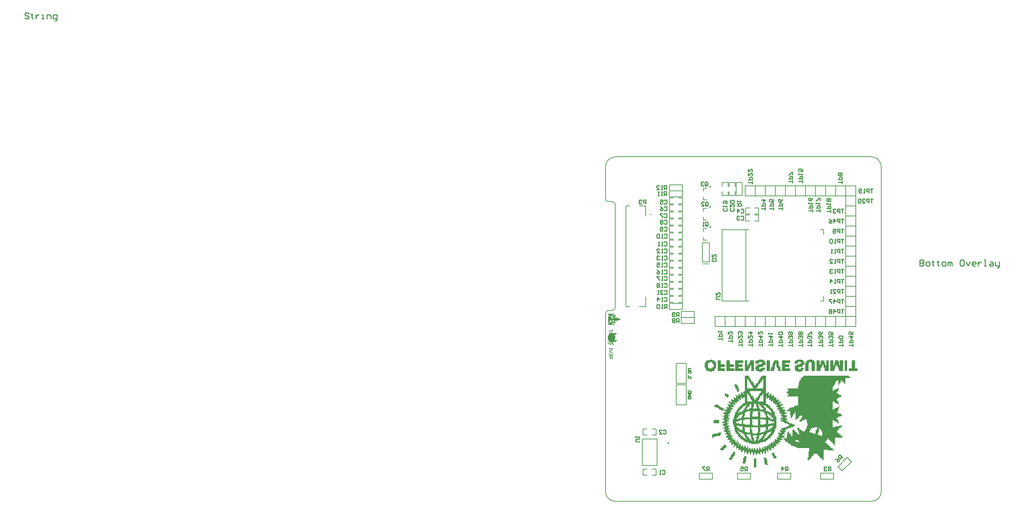
<source format=gbo>
G04 Layer_Color=32896*
%FSLAX25Y25*%
%MOIN*%
G70*
G01*
G75*
%ADD13C,0.00800*%
%ADD16C,0.01000*%
%ADD17C,0.00799*%
%ADD45C,0.00984*%
%ADD46C,0.00787*%
%ADD47C,0.00500*%
G36*
X156400Y16800D02*
X158000D01*
Y16000D01*
X158800D01*
Y15200D01*
Y14400D01*
X159600D01*
Y13600D01*
Y12800D01*
X158800D01*
Y12000D01*
X157200D01*
Y11200D01*
X156400D01*
Y10400D01*
X153200D01*
Y9600D01*
Y8800D01*
Y8000D01*
X154000D01*
Y8800D01*
X155600D01*
Y9600D01*
X158800D01*
Y8800D01*
Y8000D01*
X158000D01*
Y7200D01*
X157200D01*
Y6400D01*
X155600D01*
Y5600D01*
X152400D01*
Y6400D01*
X150000D01*
Y7200D01*
Y8000D01*
X149200D01*
Y8800D01*
Y9600D01*
Y10400D01*
X150000D01*
Y11200D01*
Y12000D01*
X151600D01*
Y12800D01*
X154800D01*
Y13600D01*
X155600D01*
Y14400D01*
Y15200D01*
X153200D01*
Y14400D01*
X152400D01*
Y13600D01*
X149200D01*
Y14400D01*
Y15200D01*
Y16000D01*
X150000D01*
Y16800D01*
X152400D01*
Y17600D01*
X156400D01*
Y16800D01*
D02*
G37*
G36*
X195600D02*
X197200D01*
Y16000D01*
Y15200D01*
X198000D01*
Y14400D01*
Y13600D01*
Y12800D01*
X197200D01*
Y12000D01*
X196400D01*
Y11200D01*
X195600D01*
Y10400D01*
X192400D01*
Y9600D01*
X191600D01*
Y8800D01*
X192400D01*
Y8000D01*
X194000D01*
Y8800D01*
X194800D01*
Y9600D01*
X197200D01*
Y8800D01*
Y8000D01*
X196400D01*
Y7200D01*
Y6400D01*
X194800D01*
Y5600D01*
X190800D01*
Y6400D01*
X189200D01*
Y7200D01*
X188400D01*
Y8000D01*
Y8800D01*
Y9600D01*
Y10400D01*
Y11200D01*
X189200D01*
Y12000D01*
X190800D01*
Y12800D01*
X193200D01*
Y13600D01*
X194800D01*
Y14400D01*
Y15200D01*
X193200D01*
Y16000D01*
X192400D01*
Y15200D01*
X191600D01*
Y14400D01*
X190800D01*
Y13600D01*
X187600D01*
Y14400D01*
X188400D01*
Y15200D01*
Y16000D01*
X189200D01*
Y16800D01*
X190800D01*
Y17600D01*
X195600D01*
Y16800D01*
D02*
G37*
G36*
X242000Y800D02*
X242800D01*
Y0D01*
X243600D01*
Y-800D01*
X238800D01*
Y-1600D01*
Y-2400D01*
Y-3200D01*
Y-4000D01*
Y-4800D01*
Y-5600D01*
Y-6400D01*
X238000D01*
Y-5600D01*
X237200D01*
Y-4800D01*
X236400D01*
Y-4000D01*
X234800D01*
Y-3200D01*
X234000D01*
Y-4000D01*
Y-4800D01*
Y-5600D01*
X233200D01*
Y-6400D01*
X232400D01*
Y-7200D01*
Y-8000D01*
X231600D01*
Y-7200D01*
Y-6400D01*
Y-5600D01*
Y-4800D01*
Y-4000D01*
Y-3200D01*
X230000D01*
Y-4000D01*
X229200D01*
Y-4800D01*
Y-5600D01*
X228400D01*
Y-6400D01*
Y-7200D01*
X227600D01*
Y-8000D01*
X226800D01*
Y-8800D01*
Y-9600D01*
X226000D01*
Y-10400D01*
Y-11200D01*
Y-12000D01*
Y-12800D01*
Y-13600D01*
X226800D01*
Y-12800D01*
X227600D01*
Y-12000D01*
X230000D01*
Y-11200D01*
X232400D01*
Y-12000D01*
X231600D01*
Y-12800D01*
Y-13600D01*
X230800D01*
Y-14400D01*
Y-15200D01*
X230000D01*
Y-16000D01*
X231600D01*
Y-16800D01*
X232400D01*
Y-17600D01*
X234800D01*
Y-18400D01*
Y-19200D01*
X234000D01*
Y-20000D01*
X231600D01*
Y-20800D01*
X230800D01*
Y-21600D01*
X230000D01*
Y-22400D01*
X230800D01*
Y-23200D01*
Y-24000D01*
X231600D01*
Y-24800D01*
Y-25600D01*
X232400D01*
Y-26400D01*
Y-27200D01*
X231600D01*
Y-26400D01*
X230000D01*
Y-25600D01*
X228400D01*
Y-24800D01*
X227600D01*
Y-24000D01*
X226000D01*
Y-24800D01*
Y-25600D01*
Y-26400D01*
Y-27200D01*
Y-28000D01*
Y-28800D01*
Y-29600D01*
Y-30400D01*
Y-31200D01*
Y-32000D01*
X227600D01*
Y-31200D01*
X228400D01*
Y-30400D01*
X230800D01*
Y-29600D01*
X232400D01*
Y-30400D01*
Y-31200D01*
X231600D01*
Y-32000D01*
Y-32800D01*
Y-33600D01*
X230800D01*
Y-34400D01*
X230000D01*
Y-35200D01*
X231600D01*
Y-36000D01*
X234000D01*
Y-36800D01*
X234800D01*
Y-37600D01*
X235600D01*
Y-38400D01*
X234000D01*
Y-39200D01*
X231600D01*
Y-40000D01*
X230000D01*
Y-40800D01*
Y-41600D01*
X230800D01*
Y-42400D01*
X231600D01*
Y-43200D01*
Y-44000D01*
Y-44800D01*
X232400D01*
Y-45600D01*
X230800D01*
Y-44800D01*
X230000D01*
Y-44000D01*
X227600D01*
Y-43200D01*
X226800D01*
Y-42400D01*
X226000D01*
Y-43200D01*
Y-44000D01*
Y-44800D01*
Y-45600D01*
Y-46400D01*
Y-47200D01*
Y-48000D01*
Y-48800D01*
Y-49600D01*
X228400D01*
Y-48800D01*
X232400D01*
Y-48000D01*
X235600D01*
Y-48800D01*
X234800D01*
Y-49600D01*
X234000D01*
Y-50400D01*
X232400D01*
Y-51200D01*
Y-52000D01*
X231600D01*
Y-52800D01*
X230800D01*
Y-53600D01*
X230000D01*
Y-54400D01*
X230800D01*
Y-55200D01*
X231600D01*
Y-56000D01*
X232400D01*
Y-56800D01*
X234000D01*
Y-57600D01*
Y-58400D01*
X235600D01*
Y-59200D01*
Y-60000D01*
X228400D01*
Y-60800D01*
Y-61600D01*
Y-62400D01*
Y-63200D01*
Y-64000D01*
Y-64800D01*
Y-65600D01*
Y-66400D01*
Y-67200D01*
Y-68000D01*
X227600D01*
Y-67200D01*
Y-66400D01*
X226000D01*
Y-65600D01*
Y-64800D01*
X225200D01*
Y-64000D01*
X223600D01*
Y-63200D01*
Y-62400D01*
X222000D01*
Y-61600D01*
Y-60800D01*
X221200D01*
Y-61600D01*
Y-62400D01*
X219600D01*
Y-63200D01*
Y-64000D01*
X218000D01*
Y-64800D01*
X219600D01*
Y-65600D01*
X220400D01*
Y-66400D01*
X221200D01*
Y-67200D01*
X222000D01*
Y-68000D01*
X222800D01*
Y-68800D01*
X223600D01*
Y-69600D01*
X224400D01*
Y-70400D01*
X226000D01*
Y-71200D01*
Y-72000D01*
X227600D01*
Y-72800D01*
X221200D01*
Y-72000D01*
X217200D01*
Y-72800D01*
Y-73600D01*
Y-74400D01*
Y-75200D01*
Y-76000D01*
Y-76800D01*
Y-77600D01*
Y-78400D01*
Y-79200D01*
Y-80000D01*
Y-80800D01*
Y-81600D01*
Y-82400D01*
X215600D01*
Y-81600D01*
Y-80800D01*
X214000D01*
Y-80000D01*
X213200D01*
Y-79200D01*
Y-78400D01*
X211600D01*
Y-77600D01*
Y-76800D01*
X210800D01*
Y-76000D01*
X207600D01*
Y-76800D01*
X206800D01*
Y-77600D01*
Y-78400D01*
X205200D01*
Y-79200D01*
Y-80000D01*
X204400D01*
Y-80800D01*
X203600D01*
Y-81600D01*
X202800D01*
Y-82400D01*
X201200D01*
Y-81600D01*
Y-80800D01*
Y-80000D01*
X202000D01*
Y-79200D01*
Y-78400D01*
Y-77600D01*
Y-76800D01*
Y-76000D01*
Y-75200D01*
Y-74400D01*
Y-73600D01*
X202800D01*
Y-72800D01*
Y-72000D01*
Y-71200D01*
Y-70400D01*
X190800D01*
Y-69600D01*
X189200D01*
Y-68800D01*
X186800D01*
Y-68000D01*
X184400D01*
Y-67200D01*
Y-66400D01*
X182000D01*
Y-65600D01*
Y-64800D01*
X180400D01*
Y-64000D01*
X178800D01*
Y-63200D01*
Y-62400D01*
X178000D01*
Y-61600D01*
X177200D01*
Y-60800D01*
X180400D01*
Y-60000D01*
Y-59200D01*
Y-58400D01*
Y-57600D01*
Y-56800D01*
X181200D01*
Y-56000D01*
Y-55200D01*
Y-54400D01*
X182000D01*
Y-53600D01*
X182800D01*
Y-54400D01*
Y-55200D01*
Y-56000D01*
X184400D01*
Y-56800D01*
Y-57600D01*
Y-58400D01*
X186000D01*
Y-57600D01*
Y-56800D01*
Y-56000D01*
Y-55200D01*
Y-54400D01*
Y-53600D01*
Y-52800D01*
Y-52000D01*
X187600D01*
Y-52800D01*
X188400D01*
Y-53600D01*
X189200D01*
Y-54400D01*
X190000D01*
Y-55200D01*
X190800D01*
Y-56000D01*
X191600D01*
Y-56800D01*
X193200D01*
Y-56000D01*
X192400D01*
Y-55200D01*
Y-54400D01*
Y-53600D01*
X191600D01*
Y-52800D01*
Y-52000D01*
X190800D01*
Y-51200D01*
Y-50400D01*
X193200D01*
Y-51200D01*
Y-52000D01*
X194800D01*
Y-52800D01*
X195600D01*
Y-53600D01*
X198800D01*
Y-52800D01*
Y-52000D01*
X199600D01*
Y-51200D01*
Y-50400D01*
X200400D01*
Y-49600D01*
Y-48800D01*
Y-48000D01*
X201200D01*
Y-47200D01*
Y-46400D01*
Y-45600D01*
X200400D01*
Y-44800D01*
Y-44000D01*
Y-43200D01*
Y-42400D01*
X199600D01*
Y-41600D01*
X198000D01*
Y-42400D01*
X196400D01*
Y-43200D01*
X195600D01*
Y-44000D01*
X193200D01*
Y-43200D01*
Y-42400D01*
X194000D01*
Y-41600D01*
X194800D01*
Y-40800D01*
Y-40000D01*
X195600D01*
Y-39200D01*
Y-38400D01*
X194800D01*
Y-37600D01*
X194000D01*
Y-38400D01*
X193200D01*
Y-39200D01*
X192400D01*
Y-40000D01*
Y-40800D01*
X190800D01*
Y-41600D01*
X190000D01*
Y-42400D01*
X189200D01*
Y-41600D01*
Y-40800D01*
Y-40000D01*
Y-39200D01*
Y-38400D01*
Y-37600D01*
Y-36800D01*
Y-36000D01*
Y-35200D01*
Y-34400D01*
X188400D01*
Y-35200D01*
Y-36000D01*
X187600D01*
Y-36800D01*
X186800D01*
Y-37600D01*
Y-38400D01*
X186000D01*
Y-39200D01*
Y-40000D01*
X185200D01*
Y-40800D01*
X184400D01*
Y-40000D01*
Y-39200D01*
Y-38400D01*
Y-37600D01*
X183600D01*
Y-36800D01*
Y-36000D01*
Y-35200D01*
Y-34400D01*
Y-33600D01*
X180400D01*
Y-32800D01*
X181200D01*
Y-32000D01*
X182800D01*
Y-31200D01*
Y-30400D01*
X185200D01*
Y-29600D01*
X187600D01*
Y-28800D01*
X188400D01*
Y-28000D01*
X191600D01*
Y-27200D01*
Y-26400D01*
Y-25600D01*
Y-24800D01*
Y-24000D01*
Y-23200D01*
Y-22400D01*
Y-21600D01*
Y-20800D01*
Y-20000D01*
Y-19200D01*
X180400D01*
Y-18400D01*
X182000D01*
Y-17600D01*
Y-16800D01*
Y-16000D01*
X180400D01*
Y-15200D01*
Y-14400D01*
X181200D01*
Y-13600D01*
X182000D01*
Y-12800D01*
Y-12000D01*
X181200D01*
Y-11200D01*
X191600D01*
Y-10400D01*
Y-9600D01*
Y-8800D01*
Y-8000D01*
X192400D01*
Y-7200D01*
Y-6400D01*
Y-5600D01*
Y-4800D01*
X193200D01*
Y-4000D01*
Y-3200D01*
X194000D01*
Y-2400D01*
Y-1600D01*
X194800D01*
Y-800D01*
Y0D01*
X196400D01*
Y800D01*
X197200D01*
Y1600D01*
X242000D01*
Y800D01*
D02*
G37*
G36*
X106000Y16800D02*
X108400D01*
Y16000D01*
X109200D01*
Y15200D01*
X110000D01*
Y14400D01*
Y13600D01*
Y12800D01*
Y12000D01*
Y11200D01*
Y10400D01*
Y9600D01*
Y8800D01*
X109200D01*
Y8000D01*
X108400D01*
Y7200D01*
Y6400D01*
X106000D01*
Y5600D01*
X103600D01*
Y6400D01*
X100400D01*
Y7200D01*
Y8000D01*
X99600D01*
Y8800D01*
Y9600D01*
X98800D01*
Y10400D01*
Y11200D01*
Y12000D01*
Y12800D01*
Y13600D01*
Y14400D01*
X99600D01*
Y15200D01*
Y16000D01*
X100400D01*
Y16800D01*
X103600D01*
Y17600D01*
X106000D01*
Y16800D01*
D02*
G37*
G36*
X137200Y16000D02*
Y15200D01*
Y14400D01*
X132400D01*
Y13600D01*
Y12800D01*
X136400D01*
Y12000D01*
Y11200D01*
Y10400D01*
X132400D01*
Y9600D01*
Y8800D01*
X137200D01*
Y8000D01*
Y7200D01*
Y6400D01*
X129200D01*
Y7200D01*
Y8000D01*
Y8800D01*
Y9600D01*
Y10400D01*
Y11200D01*
Y12000D01*
Y12800D01*
Y13600D01*
Y14400D01*
Y15200D01*
Y16000D01*
Y16800D01*
X137200D01*
Y16000D01*
D02*
G37*
G36*
X163600D02*
Y15200D01*
Y14400D01*
Y13600D01*
Y12800D01*
Y12000D01*
Y11200D01*
Y10400D01*
Y9600D01*
Y8800D01*
Y8000D01*
Y7200D01*
Y6400D01*
X160400D01*
Y7200D01*
Y8000D01*
Y8800D01*
Y9600D01*
Y10400D01*
Y11200D01*
Y12000D01*
Y12800D01*
Y13600D01*
Y14400D01*
Y15200D01*
Y16000D01*
Y16800D01*
X163600D01*
Y16000D01*
D02*
G37*
G36*
X114800D02*
Y15200D01*
Y14400D01*
Y13600D01*
Y12800D01*
X118800D01*
Y12000D01*
Y11200D01*
Y10400D01*
X114800D01*
Y9600D01*
Y8800D01*
X118800D01*
Y8000D01*
Y7200D01*
Y6400D01*
X111600D01*
Y7200D01*
Y8000D01*
Y8800D01*
Y9600D01*
Y10400D01*
Y11200D01*
Y12000D01*
Y12800D01*
Y13600D01*
Y14400D01*
Y15200D01*
Y16000D01*
Y16800D01*
X114800D01*
Y16000D01*
D02*
G37*
G36*
X123600D02*
Y15200D01*
Y14400D01*
Y13600D01*
Y12800D01*
X127600D01*
Y12000D01*
Y11200D01*
Y10400D01*
X123600D01*
Y9600D01*
Y8800D01*
X128400D01*
Y8000D01*
Y7200D01*
Y6400D01*
X120400D01*
Y7200D01*
Y8000D01*
Y8800D01*
Y9600D01*
Y10400D01*
Y11200D01*
Y12000D01*
Y12800D01*
Y13600D01*
Y14400D01*
Y15200D01*
Y16000D01*
Y16800D01*
X123600D01*
Y16000D01*
D02*
G37*
G36*
X233200Y-29600D02*
X232400D01*
Y-28800D01*
X233200D01*
Y-29600D01*
D02*
G37*
G36*
X120400Y-16800D02*
X122000D01*
Y-17600D01*
X122800D01*
Y-18400D01*
Y-19200D01*
X122000D01*
Y-20000D01*
X120400D01*
Y-19200D01*
X119600D01*
Y-18400D01*
X118800D01*
Y-17600D01*
Y-16800D01*
Y-16000D01*
X120400D01*
Y-16800D01*
D02*
G37*
G36*
X113200Y-43200D02*
Y-44000D01*
Y-44800D01*
Y-45600D01*
X107600D01*
Y-44800D01*
Y-44000D01*
Y-43200D01*
Y-42400D01*
X113200D01*
Y-43200D01*
D02*
G37*
G36*
X114800Y-55200D02*
Y-56000D01*
Y-56800D01*
Y-57600D01*
X114000D01*
Y-58400D01*
X110000D01*
Y-59200D01*
X107600D01*
Y-60000D01*
X106000D01*
Y-59200D01*
Y-58400D01*
Y-57600D01*
Y-56800D01*
X107600D01*
Y-56000D01*
X111600D01*
Y-55200D01*
X114000D01*
Y-54400D01*
X114800D01*
Y-55200D01*
D02*
G37*
G36*
X119600Y-68000D02*
X120400D01*
Y-68800D01*
Y-69600D01*
X119600D01*
Y-70400D01*
X118800D01*
Y-71200D01*
X118000D01*
Y-72000D01*
X117200D01*
Y-72800D01*
X114800D01*
Y-72000D01*
X114000D01*
Y-71200D01*
X114800D01*
Y-70400D01*
X115600D01*
Y-69600D01*
X116400D01*
Y-68800D01*
X117200D01*
Y-68000D01*
X118000D01*
Y-67200D01*
X119600D01*
Y-68000D01*
D02*
G37*
G36*
X159600Y800D02*
Y0D01*
Y-800D01*
Y-1600D01*
Y-2400D01*
Y-3200D01*
Y-4000D01*
Y-4800D01*
Y-5600D01*
Y-6400D01*
Y-7200D01*
Y-8000D01*
Y-8800D01*
Y-9600D01*
Y-10400D01*
Y-11200D01*
Y-12000D01*
Y-12800D01*
Y-13600D01*
Y-14400D01*
Y-15200D01*
Y-16000D01*
X161200D01*
Y-15200D01*
X162800D01*
Y-16000D01*
Y-16800D01*
X162000D01*
Y-17600D01*
X163600D01*
Y-16800D01*
X164400D01*
Y-16000D01*
X165200D01*
Y-16800D01*
Y-17600D01*
Y-18400D01*
X166800D01*
Y-17600D01*
X167600D01*
Y-18400D01*
Y-19200D01*
Y-20000D01*
X170000D01*
Y-20800D01*
Y-21600D01*
Y-22400D01*
X171600D01*
Y-21600D01*
X172400D01*
Y-22400D01*
Y-23200D01*
Y-24000D01*
X171600D01*
Y-24800D01*
X173200D01*
Y-24000D01*
X174800D01*
Y-24800D01*
X174000D01*
Y-25600D01*
Y-26400D01*
X173200D01*
Y-27200D01*
X174800D01*
Y-26400D01*
X176400D01*
Y-27200D01*
Y-28000D01*
X174800D01*
Y-28800D01*
Y-29600D01*
X178000D01*
Y-30400D01*
X176400D01*
Y-31200D01*
Y-32000D01*
X178800D01*
Y-32800D01*
Y-33600D01*
X178000D01*
Y-34400D01*
X178800D01*
Y-35200D01*
X180400D01*
Y-36000D01*
X178800D01*
Y-36800D01*
X178000D01*
Y-37600D01*
X180400D01*
Y-38400D01*
Y-39200D01*
X179600D01*
Y-40000D01*
X178800D01*
Y-40800D01*
X180400D01*
Y-41600D01*
X181200D01*
Y-42400D01*
X179600D01*
Y-43200D01*
X180400D01*
Y-44000D01*
X182000D01*
Y-44800D01*
X182800D01*
Y-45600D01*
X185200D01*
Y-46400D01*
X186800D01*
Y-47200D01*
X188400D01*
Y-48000D01*
Y-48800D01*
X186800D01*
Y-49600D01*
X184400D01*
Y-50400D01*
X182000D01*
Y-51200D01*
X180400D01*
Y-52000D01*
X178800D01*
Y-52800D01*
Y-53600D01*
X179600D01*
Y-54400D01*
X178000D01*
Y-55200D01*
Y-56000D01*
X178800D01*
Y-56800D01*
X176400D01*
Y-57600D01*
Y-58400D01*
X178000D01*
Y-59200D01*
Y-60000D01*
X174800D01*
Y-60800D01*
X175600D01*
Y-61600D01*
X176400D01*
Y-62400D01*
X173200D01*
Y-63200D01*
X174000D01*
Y-64000D01*
Y-64800D01*
X171600D01*
Y-65600D01*
X172400D01*
Y-66400D01*
Y-67200D01*
X171600D01*
Y-66400D01*
X169200D01*
Y-67200D01*
X170000D01*
Y-68000D01*
Y-68800D01*
X167600D01*
Y-69600D01*
Y-70400D01*
Y-71200D01*
X166800D01*
Y-70400D01*
X165200D01*
Y-69600D01*
X164400D01*
Y-70400D01*
X165200D01*
Y-71200D01*
Y-72000D01*
Y-72800D01*
X163600D01*
Y-72000D01*
X162800D01*
Y-71200D01*
X162000D01*
Y-72000D01*
Y-72800D01*
Y-73600D01*
Y-74400D01*
X161200D01*
Y-73600D01*
Y-72800D01*
X159600D01*
Y-73600D01*
Y-74400D01*
Y-75200D01*
Y-76000D01*
X158800D01*
Y-75200D01*
X158000D01*
Y-74400D01*
Y-73600D01*
X157200D01*
Y-74400D01*
Y-75200D01*
Y-76000D01*
X155600D01*
Y-75200D01*
Y-74400D01*
X154000D01*
Y-75200D01*
Y-76000D01*
Y-76800D01*
X153200D01*
Y-76000D01*
X152400D01*
Y-75200D01*
X151600D01*
Y-76000D01*
X150800D01*
Y-76800D01*
Y-77600D01*
X150000D01*
Y-76800D01*
Y-76000D01*
X149200D01*
Y-75200D01*
Y-74400D01*
X148400D01*
Y-75200D01*
Y-76000D01*
X147600D01*
Y-76800D01*
Y-77600D01*
X146800D01*
Y-76800D01*
Y-76000D01*
Y-75200D01*
X146000D01*
Y-74400D01*
X145200D01*
Y-75200D01*
Y-76000D01*
Y-76800D01*
X143600D01*
Y-76000D01*
Y-75200D01*
Y-74400D01*
X142800D01*
Y-75200D01*
X142000D01*
Y-76000D01*
X140400D01*
Y-75200D01*
Y-74400D01*
Y-73600D01*
X139600D01*
Y-74400D01*
X138800D01*
Y-75200D01*
Y-76000D01*
X138000D01*
Y-75200D01*
Y-74400D01*
Y-73600D01*
Y-72800D01*
X136400D01*
Y-73600D01*
Y-74400D01*
X134800D01*
Y-73600D01*
Y-72800D01*
Y-72000D01*
X133200D01*
Y-72800D01*
X132400D01*
Y-72000D01*
Y-71200D01*
Y-70400D01*
X130800D01*
Y-71200D01*
X130000D01*
Y-70400D01*
Y-69600D01*
Y-68800D01*
Y-68000D01*
X129200D01*
Y-68800D01*
X127600D01*
Y-68000D01*
Y-67200D01*
X128400D01*
Y-66400D01*
X126800D01*
Y-67200D01*
X125200D01*
Y-66400D01*
Y-65600D01*
Y-64800D01*
X122800D01*
Y-64000D01*
X123600D01*
Y-63200D01*
X124400D01*
Y-62400D01*
X121200D01*
Y-61600D01*
X122000D01*
Y-60800D01*
Y-60000D01*
X119600D01*
Y-59200D01*
X120400D01*
Y-58400D01*
X121200D01*
Y-57600D01*
Y-56800D01*
X118800D01*
Y-56000D01*
X119600D01*
Y-55200D01*
X120400D01*
Y-54400D01*
X118000D01*
Y-53600D01*
Y-52800D01*
X118800D01*
Y-52000D01*
Y-51200D01*
X116400D01*
Y-50400D01*
X118000D01*
Y-49600D01*
X118800D01*
Y-48800D01*
X118000D01*
Y-48000D01*
X116400D01*
Y-47200D01*
X117200D01*
Y-46400D01*
X118800D01*
Y-45600D01*
X116400D01*
Y-44800D01*
Y-44000D01*
X118000D01*
Y-43200D01*
X118800D01*
Y-42400D01*
X117200D01*
Y-41600D01*
Y-40800D01*
X118000D01*
Y-40000D01*
Y-39200D01*
X116400D01*
Y-38400D01*
X118000D01*
Y-37600D01*
X118800D01*
Y-36800D01*
X118000D01*
Y-36000D01*
X117200D01*
Y-35200D01*
X118800D01*
Y-34400D01*
X120400D01*
Y-33600D01*
X118800D01*
Y-32800D01*
X118000D01*
Y-32000D01*
X117200D01*
Y-32800D01*
X116400D01*
Y-33600D01*
X115600D01*
Y-32800D01*
X114800D01*
Y-32000D01*
X113200D01*
Y-31200D01*
X112400D01*
Y-30400D01*
X110800D01*
Y-29600D01*
X108400D01*
Y-28800D01*
Y-28000D01*
X109200D01*
Y-27200D01*
X111600D01*
Y-28000D01*
X113200D01*
Y-28800D01*
X114000D01*
Y-29600D01*
X115600D01*
Y-30400D01*
X117200D01*
Y-31200D01*
X118000D01*
Y-32000D01*
X121200D01*
Y-31200D01*
X120400D01*
Y-30400D01*
Y-29600D01*
X122800D01*
Y-28800D01*
X122000D01*
Y-28000D01*
Y-27200D01*
X121200D01*
Y-26400D01*
X122800D01*
Y-27200D01*
X124400D01*
Y-26400D01*
Y-25600D01*
X122800D01*
Y-24800D01*
Y-24000D01*
X124400D01*
Y-24800D01*
X126000D01*
Y-24000D01*
X125200D01*
Y-23200D01*
Y-22400D01*
Y-21600D01*
X126000D01*
Y-22400D01*
X127600D01*
Y-21600D01*
Y-20800D01*
Y-20000D01*
X129200D01*
Y-20800D01*
X130000D01*
Y-20000D01*
Y-19200D01*
Y-18400D01*
X129200D01*
Y-17600D01*
X130800D01*
Y-18400D01*
X132400D01*
Y-17600D01*
Y-16800D01*
Y-16000D01*
X133200D01*
Y-16800D01*
X134000D01*
Y-17600D01*
X134800D01*
Y-16800D01*
Y-16000D01*
Y-15200D01*
X136400D01*
Y-16000D01*
X137200D01*
Y-16800D01*
X138000D01*
Y-16000D01*
X137200D01*
Y-15200D01*
Y-14400D01*
X138000D01*
Y-13600D01*
X138800D01*
Y-12800D01*
Y-12000D01*
Y-11200D01*
Y-10400D01*
Y-9600D01*
Y-8800D01*
Y-8000D01*
Y-7200D01*
Y-6400D01*
Y-5600D01*
Y-4800D01*
Y-4000D01*
Y-3200D01*
Y-2400D01*
Y-1600D01*
Y-800D01*
Y0D01*
Y800D01*
Y1600D01*
X142800D01*
Y800D01*
Y0D01*
X143600D01*
Y-800D01*
Y-1600D01*
X144400D01*
Y-2400D01*
X145200D01*
Y-3200D01*
Y-4000D01*
X146800D01*
Y-4800D01*
Y-5600D01*
X147600D01*
Y-6400D01*
Y-7200D01*
Y-8000D01*
X149200D01*
Y-7200D01*
X150000D01*
Y-6400D01*
Y-5600D01*
X151600D01*
Y-4800D01*
Y-4000D01*
X152400D01*
Y-3200D01*
X153200D01*
Y-2400D01*
Y-1600D01*
X154000D01*
Y-800D01*
Y0D01*
X154800D01*
Y800D01*
X155600D01*
Y1600D01*
X159600D01*
Y800D01*
D02*
G37*
G36*
X130800Y-8000D02*
X131600D01*
Y-8800D01*
Y-9600D01*
X132400D01*
Y-10400D01*
Y-11200D01*
Y-12000D01*
X133200D01*
Y-12800D01*
Y-13600D01*
X132400D01*
Y-14400D01*
X130800D01*
Y-13600D01*
Y-12800D01*
Y-12000D01*
X130000D01*
Y-11200D01*
X129200D01*
Y-10400D01*
Y-9600D01*
Y-8800D01*
X128400D01*
Y-8000D01*
Y-7200D01*
X130800D01*
Y-8000D01*
D02*
G37*
G36*
X127600Y-69600D02*
X126800D01*
Y-68800D01*
X127600D01*
Y-69600D01*
D02*
G37*
G36*
X7300Y46400D02*
X6500D01*
Y44000D01*
X11300D01*
Y43200D01*
X10500D01*
Y42400D01*
X8900D01*
Y41600D01*
X9700D01*
Y37600D01*
X8900D01*
Y36800D01*
X11300D01*
Y36000D01*
X10500D01*
Y35200D01*
X7300D01*
Y33600D01*
X8100D01*
Y32000D01*
X7300D01*
Y32800D01*
X6500D01*
Y35200D01*
X5700D01*
Y32000D01*
X4900D01*
Y35200D01*
X4100D01*
Y34400D01*
X3300D01*
Y36800D01*
X2500D01*
Y41600D01*
X3300D01*
Y44000D01*
X4100D01*
Y43200D01*
X4900D01*
Y44000D01*
X4100D01*
Y47200D01*
X4900D01*
Y44000D01*
X5700D01*
Y47200D01*
X7300D01*
Y46400D01*
D02*
G37*
G36*
X9300Y62600D02*
X6900D01*
Y61800D01*
X10100D01*
Y60200D01*
X9300D01*
Y59400D01*
X12500D01*
Y58600D01*
X14900D01*
Y57000D01*
X12500D01*
Y56200D01*
X9300D01*
Y55400D01*
X10100D01*
Y53800D01*
X6900D01*
Y53000D01*
X9300D01*
Y52200D01*
X2900D01*
Y53800D01*
X3700D01*
Y54600D01*
X2900D01*
Y61000D01*
X3700D01*
Y61800D01*
X2900D01*
Y63400D01*
X9300D01*
Y62600D01*
D02*
G37*
G36*
X236400Y16000D02*
Y15200D01*
Y14400D01*
Y13600D01*
Y12800D01*
Y12000D01*
Y11200D01*
Y10400D01*
Y9600D01*
Y8800D01*
Y8000D01*
Y7200D01*
Y6400D01*
X232400D01*
Y7200D01*
Y8000D01*
X231600D01*
Y8800D01*
Y9600D01*
Y10400D01*
X230800D01*
Y11200D01*
Y12000D01*
X229200D01*
Y11200D01*
Y10400D01*
X228400D01*
Y9600D01*
Y8800D01*
Y8000D01*
X227600D01*
Y7200D01*
Y6400D01*
X223600D01*
Y7200D01*
Y8000D01*
Y8800D01*
Y9600D01*
Y10400D01*
Y11200D01*
Y12000D01*
Y12800D01*
Y13600D01*
Y14400D01*
Y15200D01*
Y16000D01*
Y16800D01*
X226800D01*
Y16000D01*
Y15200D01*
Y14400D01*
Y13600D01*
Y12800D01*
Y12000D01*
X227600D01*
Y12800D01*
Y13600D01*
Y14400D01*
X228400D01*
Y15200D01*
Y16000D01*
Y16800D01*
X231600D01*
Y16000D01*
X232400D01*
Y15200D01*
Y14400D01*
Y13600D01*
Y12800D01*
Y12000D01*
X233200D01*
Y12800D01*
Y13600D01*
Y14400D01*
Y15200D01*
Y16000D01*
Y16800D01*
X236400D01*
Y16000D01*
D02*
G37*
G36*
X3300Y32800D02*
X2500D01*
Y34400D01*
X3300D01*
Y32800D01*
D02*
G37*
G36*
X159600Y-80800D02*
X160400D01*
Y-81600D01*
Y-82400D01*
X161200D01*
Y-83200D01*
Y-84000D01*
Y-84800D01*
Y-85600D01*
Y-86400D01*
X162000D01*
Y-87200D01*
X158800D01*
Y-86400D01*
Y-85600D01*
X158000D01*
Y-84800D01*
Y-84000D01*
Y-83200D01*
Y-82400D01*
Y-81600D01*
Y-80800D01*
X157200D01*
Y-80000D01*
X159600D01*
Y-80800D01*
D02*
G37*
G36*
X150000Y-81600D02*
Y-82400D01*
Y-83200D01*
Y-84000D01*
Y-84800D01*
Y-85600D01*
Y-86400D01*
Y-87200D01*
Y-88000D01*
Y-88800D01*
Y-89600D01*
X147600D01*
Y-88800D01*
Y-88000D01*
Y-87200D01*
Y-86400D01*
Y-85600D01*
Y-84800D01*
Y-84000D01*
Y-83200D01*
Y-82400D01*
Y-81600D01*
Y-80800D01*
X150000D01*
Y-81600D01*
D02*
G37*
G36*
X128400Y-74400D02*
X129200D01*
Y-75200D01*
Y-76000D01*
Y-76800D01*
X128400D01*
Y-77600D01*
Y-78400D01*
X127600D01*
Y-79200D01*
X126800D01*
Y-80000D01*
Y-80800D01*
X126000D01*
Y-81600D01*
X125200D01*
Y-82400D01*
X123600D01*
Y-81600D01*
X122800D01*
Y-80800D01*
X123600D01*
Y-80000D01*
X124400D01*
Y-79200D01*
Y-78400D01*
X125200D01*
Y-77600D01*
Y-76800D01*
X126000D01*
Y-76000D01*
X126800D01*
Y-75200D01*
Y-74400D01*
X127600D01*
Y-73600D01*
X128400D01*
Y-74400D01*
D02*
G37*
G36*
X139600Y-79200D02*
X140400D01*
Y-80000D01*
Y-80800D01*
X139600D01*
Y-81600D01*
Y-82400D01*
Y-83200D01*
Y-84000D01*
Y-84800D01*
X138800D01*
Y-85600D01*
Y-86400D01*
X138000D01*
Y-85600D01*
X136400D01*
Y-84800D01*
Y-84000D01*
X137200D01*
Y-83200D01*
Y-82400D01*
Y-81600D01*
Y-80800D01*
Y-80000D01*
X138000D01*
Y-79200D01*
Y-78400D01*
X139600D01*
Y-79200D01*
D02*
G37*
G36*
X183600Y16000D02*
Y15200D01*
Y14400D01*
X178800D01*
Y13600D01*
Y12800D01*
X182800D01*
Y12000D01*
Y11200D01*
Y10400D01*
X178800D01*
Y9600D01*
Y8800D01*
X183600D01*
Y8000D01*
Y7200D01*
Y6400D01*
X175600D01*
Y7200D01*
Y8000D01*
Y8800D01*
Y9600D01*
Y10400D01*
Y11200D01*
Y12000D01*
Y12800D01*
Y13600D01*
Y14400D01*
Y15200D01*
Y16000D01*
Y16800D01*
X183600D01*
Y16000D01*
D02*
G37*
G36*
X240400D02*
Y15200D01*
Y14400D01*
Y13600D01*
Y12800D01*
Y12000D01*
Y11200D01*
Y10400D01*
Y9600D01*
Y8800D01*
Y8000D01*
Y7200D01*
Y6400D01*
X238000D01*
Y7200D01*
Y8000D01*
Y8800D01*
Y9600D01*
Y10400D01*
Y11200D01*
Y12000D01*
Y12800D01*
Y13600D01*
Y14400D01*
Y15200D01*
Y16000D01*
Y16800D01*
X240400D01*
Y16000D01*
D02*
G37*
G36*
X171600D02*
X172400D01*
Y15200D01*
Y14400D01*
Y13600D01*
Y12800D01*
Y12000D01*
X173200D01*
Y11200D01*
Y10400D01*
X174000D01*
Y9600D01*
Y8800D01*
Y8000D01*
Y7200D01*
X174800D01*
Y6400D01*
X171600D01*
Y7200D01*
Y8000D01*
Y8800D01*
X170800D01*
Y9600D01*
Y10400D01*
X170000D01*
Y11200D01*
Y12000D01*
Y12800D01*
Y13600D01*
X169200D01*
Y12800D01*
Y12000D01*
X168400D01*
Y11200D01*
Y10400D01*
Y9600D01*
Y8800D01*
Y8000D01*
X167600D01*
Y7200D01*
Y6400D01*
X164400D01*
Y7200D01*
Y8000D01*
Y8800D01*
X165200D01*
Y9600D01*
Y10400D01*
X166000D01*
Y11200D01*
Y12000D01*
Y12800D01*
X166800D01*
Y13600D01*
Y14400D01*
Y15200D01*
X167600D01*
Y16000D01*
Y16800D01*
X171600D01*
Y16000D01*
D02*
G37*
G36*
X206000Y16800D02*
X207600D01*
Y16000D01*
Y15200D01*
X208400D01*
Y14400D01*
Y13600D01*
Y12800D01*
Y12000D01*
Y11200D01*
Y10400D01*
Y9600D01*
Y8800D01*
Y8000D01*
Y7200D01*
Y6400D01*
X205200D01*
Y7200D01*
Y8000D01*
Y8800D01*
Y9600D01*
Y10400D01*
Y11200D01*
Y12000D01*
Y12800D01*
Y13600D01*
Y14400D01*
X204400D01*
Y15200D01*
X202800D01*
Y14400D01*
Y13600D01*
X202000D01*
Y12800D01*
Y12000D01*
Y11200D01*
Y10400D01*
Y9600D01*
Y8800D01*
Y8000D01*
Y7200D01*
Y6400D01*
X198800D01*
Y7200D01*
Y8000D01*
Y8800D01*
Y9600D01*
Y10400D01*
Y11200D01*
Y12000D01*
Y12800D01*
Y13600D01*
Y14400D01*
X199600D01*
Y15200D01*
Y16000D01*
X200400D01*
Y16800D01*
X202000D01*
Y17600D01*
X206000D01*
Y16800D01*
D02*
G37*
G36*
X222000Y16000D02*
Y15200D01*
Y14400D01*
Y13600D01*
Y12800D01*
Y12000D01*
Y11200D01*
Y10400D01*
Y9600D01*
Y8800D01*
Y8000D01*
Y7200D01*
Y6400D01*
X218000D01*
Y7200D01*
Y8000D01*
Y8800D01*
Y9600D01*
X217200D01*
Y10400D01*
Y11200D01*
Y12000D01*
X216400D01*
Y12800D01*
X215600D01*
Y12000D01*
Y11200D01*
Y10400D01*
X214800D01*
Y9600D01*
Y8800D01*
X214000D01*
Y8000D01*
Y7200D01*
Y6400D01*
X210000D01*
Y7200D01*
Y8000D01*
Y8800D01*
Y9600D01*
Y10400D01*
Y11200D01*
Y12000D01*
Y12800D01*
Y13600D01*
Y14400D01*
Y15200D01*
Y16000D01*
Y16800D01*
X213200D01*
Y16000D01*
Y15200D01*
Y14400D01*
Y13600D01*
Y12800D01*
X214000D01*
Y13600D01*
Y14400D01*
Y15200D01*
Y16000D01*
X214800D01*
Y16800D01*
X217200D01*
Y16000D01*
X218000D01*
Y15200D01*
Y14400D01*
Y13600D01*
X218800D01*
Y12800D01*
Y12000D01*
X219600D01*
Y12800D01*
Y13600D01*
Y14400D01*
Y15200D01*
Y16000D01*
Y16800D01*
X222000D01*
Y16000D01*
D02*
G37*
G36*
X147600D02*
Y15200D01*
Y14400D01*
Y13600D01*
Y12800D01*
Y12000D01*
Y11200D01*
Y10400D01*
Y9600D01*
Y8800D01*
Y8000D01*
Y7200D01*
Y6400D01*
X145200D01*
Y7200D01*
Y8000D01*
Y8800D01*
Y9600D01*
Y10400D01*
Y11200D01*
Y12000D01*
X144400D01*
Y11200D01*
X143600D01*
Y10400D01*
Y9600D01*
Y8800D01*
X142800D01*
Y8000D01*
Y7200D01*
X142000D01*
Y6400D01*
X138800D01*
Y7200D01*
Y8000D01*
Y8800D01*
Y9600D01*
Y10400D01*
Y11200D01*
Y12000D01*
Y12800D01*
Y13600D01*
Y14400D01*
Y15200D01*
Y16000D01*
Y16800D01*
X141200D01*
Y16000D01*
Y15200D01*
Y14400D01*
Y13600D01*
Y12800D01*
Y12000D01*
X142000D01*
Y12800D01*
X142800D01*
Y13600D01*
Y14400D01*
X143600D01*
Y15200D01*
Y16000D01*
Y16800D01*
X147600D01*
Y16000D01*
D02*
G37*
G36*
X248400D02*
Y15200D01*
Y14400D01*
Y13600D01*
Y12800D01*
Y12000D01*
Y11200D01*
Y10400D01*
Y9600D01*
Y8800D01*
X250800D01*
Y8000D01*
Y7200D01*
Y6400D01*
X242000D01*
Y7200D01*
Y8000D01*
Y8800D01*
X245200D01*
Y9600D01*
Y10400D01*
Y11200D01*
Y12000D01*
Y12800D01*
Y13600D01*
Y14400D01*
Y15200D01*
Y16000D01*
Y16800D01*
X248400D01*
Y16000D01*
D02*
G37*
G36*
X167600Y-76000D02*
X168400D01*
Y-76800D01*
Y-77600D01*
X169200D01*
Y-78400D01*
X170000D01*
Y-79200D01*
Y-80000D01*
Y-80800D01*
X167600D01*
Y-80000D01*
X166800D01*
Y-79200D01*
Y-78400D01*
X166000D01*
Y-77600D01*
Y-76800D01*
X165200D01*
Y-76000D01*
X166000D01*
Y-75200D01*
X167600D01*
Y-76000D01*
D02*
G37*
%LPC*%
G36*
X213200Y-50400D02*
X212400D01*
Y-51200D01*
Y-52000D01*
Y-52800D01*
Y-53600D01*
Y-54400D01*
X211600D01*
Y-55200D01*
Y-56000D01*
X210800D01*
Y-56800D01*
X211600D01*
Y-57600D01*
X214000D01*
Y-58400D01*
X215600D01*
Y-57600D01*
Y-56800D01*
Y-56000D01*
Y-55200D01*
Y-54400D01*
Y-53600D01*
X214800D01*
Y-52800D01*
Y-52000D01*
X213200D01*
Y-51200D01*
Y-50400D01*
D02*
G37*
G36*
X210800Y-49600D02*
X207600D01*
Y-50400D01*
X205200D01*
Y-51200D01*
X204400D01*
Y-52000D01*
X203600D01*
Y-52800D01*
Y-53600D01*
X202800D01*
Y-54400D01*
X203600D01*
Y-55200D01*
X206000D01*
Y-56000D01*
X209200D01*
Y-55200D01*
Y-54400D01*
Y-53600D01*
Y-52800D01*
Y-52000D01*
X210800D01*
Y-51200D01*
Y-50400D01*
Y-49600D01*
D02*
G37*
G36*
X191600Y-62400D02*
X189200D01*
Y-63200D01*
Y-64000D01*
X192400D01*
Y-64800D01*
X193200D01*
Y-64000D01*
X192400D01*
Y-63200D01*
X191600D01*
Y-62400D01*
D02*
G37*
G36*
X106000Y15200D02*
X103600D01*
Y14400D01*
X102000D01*
Y13600D01*
Y12800D01*
Y12000D01*
Y11200D01*
Y10400D01*
Y9600D01*
X102800D01*
Y8800D01*
X106000D01*
Y9600D01*
X106800D01*
Y10400D01*
X107600D01*
Y11200D01*
Y12000D01*
Y12800D01*
X106800D01*
Y13600D01*
Y14400D01*
X106000D01*
Y15200D01*
D02*
G37*
G36*
X143600Y-49600D02*
X138000D01*
Y-50400D01*
X138800D01*
Y-51200D01*
Y-52000D01*
Y-52800D01*
Y-53600D01*
Y-54400D01*
X141200D01*
Y-55200D01*
X143600D01*
Y-54400D01*
Y-53600D01*
Y-52800D01*
Y-52000D01*
Y-51200D01*
Y-50400D01*
Y-49600D01*
D02*
G37*
G36*
X151600D02*
X145200D01*
Y-50400D01*
Y-51200D01*
Y-52000D01*
X146000D01*
Y-52800D01*
Y-53600D01*
Y-54400D01*
Y-55200D01*
X146800D01*
Y-56000D01*
X150800D01*
Y-55200D01*
X151600D01*
Y-54400D01*
Y-53600D01*
Y-52800D01*
Y-52000D01*
Y-51200D01*
Y-50400D01*
Y-49600D01*
D02*
G37*
G36*
X162000Y-52000D02*
X161200D01*
Y-52800D01*
X162000D01*
Y-52000D01*
D02*
G37*
G36*
X166800Y-48000D02*
X164400D01*
Y-48800D01*
X162000D01*
Y-49600D01*
Y-50400D01*
Y-51200D01*
Y-52000D01*
X163600D01*
Y-51200D01*
X164400D01*
Y-50400D01*
X166000D01*
Y-49600D01*
Y-48800D01*
X166800D01*
Y-48000D01*
D02*
G37*
G36*
X133200D02*
X130800D01*
Y-48800D01*
Y-49600D01*
X132400D01*
Y-50400D01*
X133200D01*
Y-51200D01*
Y-52000D01*
X135600D01*
Y-52800D01*
X136400D01*
Y-52000D01*
Y-51200D01*
Y-50400D01*
Y-49600D01*
Y-48800D01*
X133200D01*
Y-48000D01*
D02*
G37*
G36*
X159600Y-49600D02*
X154000D01*
Y-50400D01*
Y-51200D01*
Y-52000D01*
Y-52800D01*
Y-53600D01*
Y-54400D01*
X153200D01*
Y-55200D01*
X155600D01*
Y-54400D01*
X158000D01*
Y-53600D01*
X158800D01*
Y-52800D01*
X159600D01*
Y-52000D01*
Y-51200D01*
Y-50400D01*
Y-49600D01*
D02*
G37*
G36*
X165200Y-53600D02*
X164400D01*
Y-54400D01*
X165200D01*
Y-53600D01*
D02*
G37*
G36*
X150800Y-57600D02*
X146800D01*
Y-58400D01*
Y-59200D01*
Y-60000D01*
X147600D01*
Y-60800D01*
Y-61600D01*
Y-62400D01*
Y-63200D01*
X148400D01*
Y-64000D01*
X149200D01*
Y-63200D01*
Y-62400D01*
X150000D01*
Y-61600D01*
Y-60800D01*
Y-60000D01*
Y-59200D01*
X150800D01*
Y-58400D01*
Y-57600D01*
D02*
G37*
G36*
X126000Y-64000D02*
X125200D01*
Y-64800D01*
X126000D01*
Y-64000D01*
D02*
G37*
G36*
X133200Y-66400D02*
X132400D01*
Y-67200D01*
Y-68000D01*
X133200D01*
Y-67200D01*
Y-66400D01*
D02*
G37*
G36*
X160400Y-19200D02*
X159600D01*
Y-20000D01*
Y-20800D01*
Y-21600D01*
Y-22400D01*
Y-23200D01*
Y-24000D01*
Y-24800D01*
Y-25600D01*
Y-26400D01*
X161200D01*
Y-27200D01*
X162000D01*
Y-28000D01*
X163600D01*
Y-28800D01*
Y-29600D01*
X164400D01*
Y-30400D01*
X165200D01*
Y-31200D01*
X166000D01*
Y-32000D01*
X166800D01*
Y-32800D01*
Y-33600D01*
X167600D01*
Y-34400D01*
X168400D01*
Y-35200D01*
Y-36000D01*
Y-36800D01*
Y-37600D01*
X169200D01*
Y-38400D01*
Y-39200D01*
X170000D01*
Y-40000D01*
Y-40800D01*
Y-41600D01*
Y-42400D01*
Y-43200D01*
Y-44000D01*
Y-44800D01*
Y-45600D01*
Y-46400D01*
Y-47200D01*
Y-48000D01*
Y-48800D01*
Y-49600D01*
Y-50400D01*
X169200D01*
Y-51200D01*
Y-52000D01*
X168400D01*
Y-52800D01*
Y-53600D01*
Y-54400D01*
X167600D01*
Y-55200D01*
Y-56000D01*
X166800D01*
Y-56800D01*
X166000D01*
Y-57600D01*
Y-58400D01*
X164400D01*
Y-59200D01*
Y-60000D01*
X163600D01*
Y-60800D01*
X162000D01*
Y-61600D01*
Y-62400D01*
X160400D01*
Y-63200D01*
X159600D01*
Y-64000D01*
X157200D01*
Y-64800D01*
X154000D01*
Y-65600D01*
X151600D01*
Y-66400D01*
X145200D01*
Y-65600D01*
X142800D01*
Y-64800D01*
X139600D01*
Y-64000D01*
X138000D01*
Y-63200D01*
X137200D01*
Y-62400D01*
X136400D01*
Y-61600D01*
X134800D01*
Y-60800D01*
X134000D01*
Y-60000D01*
X133200D01*
Y-59200D01*
X132400D01*
Y-58400D01*
X131600D01*
Y-57600D01*
Y-56800D01*
X130800D01*
Y-56000D01*
X130000D01*
Y-55200D01*
X129200D01*
Y-54400D01*
Y-53600D01*
Y-52800D01*
X128400D01*
Y-52000D01*
Y-51200D01*
Y-50400D01*
Y-49600D01*
X127600D01*
Y-48800D01*
Y-48000D01*
Y-47200D01*
X126800D01*
Y-46400D01*
Y-45600D01*
Y-44800D01*
Y-44000D01*
Y-43200D01*
Y-42400D01*
Y-41600D01*
X127600D01*
Y-40800D01*
Y-40000D01*
Y-39200D01*
X128400D01*
Y-38400D01*
Y-37600D01*
Y-36800D01*
X129200D01*
Y-36000D01*
Y-35200D01*
Y-34400D01*
X130000D01*
Y-33600D01*
X130800D01*
Y-32800D01*
Y-32000D01*
X131600D01*
Y-31200D01*
X132400D01*
Y-30400D01*
Y-29600D01*
X134000D01*
Y-28800D01*
Y-28000D01*
X135600D01*
Y-27200D01*
X136400D01*
Y-26400D01*
X137200D01*
Y-25600D01*
X138800D01*
Y-24800D01*
Y-24000D01*
Y-23200D01*
Y-22400D01*
Y-21600D01*
Y-20800D01*
Y-20000D01*
X137200D01*
Y-20800D01*
Y-21600D01*
X136400D01*
Y-20800D01*
X135600D01*
Y-20000D01*
X134800D01*
Y-20800D01*
Y-21600D01*
Y-22400D01*
X133200D01*
Y-21600D01*
X132400D01*
Y-22400D01*
Y-23200D01*
X133200D01*
Y-24000D01*
X130800D01*
Y-24800D01*
Y-25600D01*
X129200D01*
Y-24800D01*
X128400D01*
Y-25600D01*
X129200D01*
Y-26400D01*
Y-27200D01*
Y-28000D01*
X128400D01*
Y-27200D01*
X126800D01*
Y-28000D01*
X127600D01*
Y-28800D01*
Y-29600D01*
X125200D01*
Y-30400D01*
X126000D01*
Y-31200D01*
X126800D01*
Y-32000D01*
X124400D01*
Y-32800D01*
X125200D01*
Y-33600D01*
Y-34400D01*
X123600D01*
Y-35200D01*
X124400D01*
Y-36000D01*
X122800D01*
Y-36800D01*
X122000D01*
Y-37600D01*
X123600D01*
Y-38400D01*
X122800D01*
Y-39200D01*
X122000D01*
Y-40000D01*
X122800D01*
Y-40800D01*
X123600D01*
Y-41600D01*
X121200D01*
Y-42400D01*
X122800D01*
Y-43200D01*
Y-44000D01*
X121200D01*
Y-44800D01*
Y-45600D01*
X122800D01*
Y-46400D01*
X122000D01*
Y-47200D01*
X121200D01*
Y-48000D01*
X123600D01*
Y-48800D01*
X122800D01*
Y-49600D01*
X122000D01*
Y-50400D01*
X123600D01*
Y-51200D01*
X122800D01*
Y-52000D01*
X122000D01*
Y-52800D01*
X124400D01*
Y-53600D01*
X123600D01*
Y-54400D01*
X122800D01*
Y-55200D01*
X125200D01*
Y-56000D01*
X124400D01*
Y-56800D01*
Y-57600D01*
X126800D01*
Y-58400D01*
X126000D01*
Y-59200D01*
X125200D01*
Y-60000D01*
X127600D01*
Y-60800D01*
X126800D01*
Y-61600D01*
Y-62400D01*
X127600D01*
Y-61600D01*
X129200D01*
Y-62400D01*
Y-63200D01*
Y-64000D01*
X130800D01*
Y-64800D01*
Y-65600D01*
X131600D01*
Y-64800D01*
X133200D01*
Y-65600D01*
Y-66400D01*
X134800D01*
Y-67200D01*
Y-68000D01*
Y-68800D01*
X135600D01*
Y-68000D01*
X137200D01*
Y-68800D01*
Y-69600D01*
X138000D01*
Y-68800D01*
X138800D01*
Y-68000D01*
X139600D01*
Y-68800D01*
Y-69600D01*
Y-70400D01*
X141200D01*
Y-69600D01*
Y-68800D01*
X142000D01*
Y-69600D01*
Y-70400D01*
Y-71200D01*
Y-72000D01*
X142800D01*
Y-71200D01*
Y-70400D01*
X144400D01*
Y-71200D01*
Y-72000D01*
X145200D01*
Y-71200D01*
X146000D01*
Y-70400D01*
X146800D01*
Y-71200D01*
Y-72000D01*
X147600D01*
Y-71200D01*
Y-70400D01*
X149200D01*
Y-71200D01*
Y-72000D01*
X150800D01*
Y-71200D01*
Y-70400D01*
X151600D01*
Y-71200D01*
Y-72000D01*
X153200D01*
Y-71200D01*
Y-70400D01*
Y-69600D01*
X154000D01*
Y-70400D01*
Y-71200D01*
X154800D01*
Y-72000D01*
X155600D01*
Y-71200D01*
Y-70400D01*
Y-69600D01*
X157200D01*
Y-70400D01*
Y-71200D01*
X158000D01*
Y-70400D01*
Y-69600D01*
Y-68800D01*
X159600D01*
Y-69600D01*
X160400D01*
Y-68800D01*
Y-68000D01*
X162000D01*
Y-68800D01*
X162800D01*
Y-68000D01*
X162000D01*
Y-67200D01*
X162800D01*
Y-66400D01*
X163600D01*
Y-67200D01*
X164400D01*
Y-66400D01*
Y-65600D01*
Y-64800D01*
X166000D01*
Y-65600D01*
X166800D01*
Y-64800D01*
Y-64000D01*
X168400D01*
Y-63200D01*
Y-62400D01*
Y-61600D01*
X170000D01*
Y-62400D01*
X170800D01*
Y-61600D01*
Y-60800D01*
X170000D01*
Y-60000D01*
X172400D01*
Y-59200D01*
X171600D01*
Y-58400D01*
Y-57600D01*
X173200D01*
Y-56800D01*
X172400D01*
Y-56000D01*
X171600D01*
Y-55200D01*
X174800D01*
Y-54400D01*
X174000D01*
Y-53600D01*
X173200D01*
Y-52800D01*
X175600D01*
Y-52000D01*
X174800D01*
Y-51200D01*
Y-50400D01*
X178000D01*
Y-49600D01*
X180400D01*
Y-48800D01*
X182000D01*
Y-48000D01*
X182800D01*
Y-47200D01*
X182000D01*
Y-46400D01*
X180400D01*
Y-45600D01*
X178000D01*
Y-44800D01*
X177200D01*
Y-44000D01*
X174800D01*
Y-43200D01*
X174000D01*
Y-42400D01*
X176400D01*
Y-41600D01*
X174000D01*
Y-40800D01*
X174800D01*
Y-40000D01*
X176400D01*
Y-39200D01*
X174800D01*
Y-38400D01*
X174000D01*
Y-37600D01*
X175600D01*
Y-36800D01*
X174800D01*
Y-36000D01*
X173200D01*
Y-35200D01*
X174000D01*
Y-34400D01*
X173200D01*
Y-33600D01*
X172400D01*
Y-32800D01*
X173200D01*
Y-32000D01*
X170800D01*
Y-31200D01*
X171600D01*
Y-30400D01*
Y-29600D01*
X170000D01*
Y-28800D01*
Y-28000D01*
X170800D01*
Y-27200D01*
X168400D01*
Y-26400D01*
Y-25600D01*
X166800D01*
Y-24800D01*
Y-24000D01*
Y-23200D01*
X166000D01*
Y-24000D01*
X164400D01*
Y-23200D01*
Y-22400D01*
X162800D01*
Y-21600D01*
Y-20800D01*
Y-20000D01*
X162000D01*
Y-20800D01*
X161200D01*
Y-21600D01*
X160400D01*
Y-20800D01*
Y-20000D01*
Y-19200D01*
D02*
G37*
G36*
X158000Y-60800D02*
X157200D01*
Y-61600D01*
X158000D01*
Y-60800D01*
D02*
G37*
G36*
X164400Y-54400D02*
X162800D01*
Y-55200D01*
X161200D01*
Y-56000D01*
X160400D01*
Y-56800D01*
X159600D01*
Y-57600D01*
Y-58400D01*
X158800D01*
Y-59200D01*
X158000D01*
Y-60000D01*
Y-60800D01*
X159600D01*
Y-60000D01*
X161200D01*
Y-59200D01*
Y-58400D01*
X162000D01*
Y-57600D01*
X162800D01*
Y-56800D01*
X163600D01*
Y-56000D01*
X164400D01*
Y-55200D01*
Y-54400D01*
D02*
G37*
G36*
X132400Y-52800D02*
X131600D01*
Y-53600D01*
X132400D01*
Y-54400D01*
Y-55200D01*
X133200D01*
Y-56000D01*
X134000D01*
Y-56800D01*
X134800D01*
Y-57600D01*
Y-58400D01*
X136400D01*
Y-59200D01*
X137200D01*
Y-60000D01*
X138000D01*
Y-60800D01*
X139600D01*
Y-61600D01*
X140400D01*
Y-60800D01*
X139600D01*
Y-60000D01*
X138800D01*
Y-59200D01*
Y-58400D01*
Y-57600D01*
X138000D01*
Y-56800D01*
X137200D01*
Y-56000D01*
X136400D01*
Y-55200D01*
X134800D01*
Y-54400D01*
X133200D01*
Y-53600D01*
X132400D01*
Y-52800D01*
D02*
G37*
G36*
X144400Y-56800D02*
X140400D01*
Y-57600D01*
X141200D01*
Y-58400D01*
Y-59200D01*
X142000D01*
Y-60000D01*
X142800D01*
Y-60800D01*
X143600D01*
Y-61600D01*
Y-62400D01*
X145200D01*
Y-63200D01*
X146000D01*
Y-62400D01*
X145200D01*
Y-61600D01*
Y-60800D01*
Y-60000D01*
Y-59200D01*
X144400D01*
Y-58400D01*
Y-57600D01*
Y-56800D01*
D02*
G37*
G36*
X157200D02*
X154800D01*
Y-57600D01*
X153200D01*
Y-58400D01*
Y-59200D01*
Y-60000D01*
X152400D01*
Y-60800D01*
Y-61600D01*
X151600D01*
Y-62400D01*
Y-63200D01*
X152400D01*
Y-62400D01*
X153200D01*
Y-61600D01*
X154000D01*
Y-60800D01*
X154800D01*
Y-60000D01*
X155600D01*
Y-59200D01*
Y-58400D01*
X157200D01*
Y-57600D01*
Y-56800D01*
D02*
G37*
G36*
X142000Y-16000D02*
X141200D01*
Y-16800D01*
Y-17600D01*
Y-18400D01*
Y-19200D01*
Y-20000D01*
Y-20800D01*
Y-21600D01*
Y-22400D01*
Y-23200D01*
Y-24000D01*
X146000D01*
Y-23200D01*
X145200D01*
Y-22400D01*
Y-21600D01*
X144400D01*
Y-20800D01*
X143600D01*
Y-20000D01*
Y-19200D01*
Y-18400D01*
X142800D01*
Y-17600D01*
X142000D01*
Y-16800D01*
Y-16000D01*
D02*
G37*
G36*
X157200D02*
X156400D01*
Y-16800D01*
Y-17600D01*
X155600D01*
Y-18400D01*
X154000D01*
Y-19200D01*
Y-20000D01*
Y-20800D01*
X153200D01*
Y-21600D01*
Y-22400D01*
X152400D01*
Y-23200D01*
X151600D01*
Y-24000D01*
X157200D01*
Y-23200D01*
Y-22400D01*
Y-21600D01*
Y-20800D01*
Y-20000D01*
Y-19200D01*
Y-18400D01*
Y-17600D01*
Y-16800D01*
Y-16000D01*
D02*
G37*
G36*
X154800Y-13600D02*
X143600D01*
Y-14400D01*
Y-15200D01*
Y-16000D01*
X144400D01*
Y-16800D01*
X145200D01*
Y-17600D01*
Y-18400D01*
X146800D01*
Y-19200D01*
Y-20000D01*
X147600D01*
Y-20800D01*
Y-21600D01*
X148400D01*
Y-22400D01*
X149200D01*
Y-21600D01*
X150000D01*
Y-20800D01*
Y-20000D01*
X151600D01*
Y-19200D01*
Y-18400D01*
X152400D01*
Y-17600D01*
X153200D01*
Y-16800D01*
Y-16000D01*
X154000D01*
Y-15200D01*
X154800D01*
Y-14400D01*
Y-13600D01*
D02*
G37*
G36*
X153200Y-26400D02*
X151600D01*
Y-27200D01*
X152400D01*
Y-28000D01*
Y-28800D01*
Y-29600D01*
X153200D01*
Y-30400D01*
Y-31200D01*
X154000D01*
Y-32000D01*
X157200D01*
Y-31200D01*
X156400D01*
Y-30400D01*
X155600D01*
Y-29600D01*
X154800D01*
Y-28800D01*
Y-28000D01*
X153200D01*
Y-27200D01*
Y-26400D01*
D02*
G37*
G36*
X149200Y-25600D02*
X148400D01*
Y-26400D01*
X147600D01*
Y-27200D01*
Y-28000D01*
Y-28800D01*
Y-29600D01*
X146800D01*
Y-30400D01*
Y-31200D01*
X150800D01*
Y-30400D01*
Y-29600D01*
X150000D01*
Y-28800D01*
Y-28000D01*
Y-27200D01*
X149200D01*
Y-26400D01*
Y-25600D01*
D02*
G37*
G36*
X140400Y-27200D02*
X139600D01*
Y-28000D01*
X140400D01*
Y-27200D01*
D02*
G37*
G36*
X142000Y-1600D02*
X141200D01*
Y-2400D01*
Y-3200D01*
Y-4000D01*
Y-4800D01*
Y-5600D01*
Y-6400D01*
Y-7200D01*
Y-8000D01*
Y-8800D01*
Y-9600D01*
Y-10400D01*
Y-11200D01*
X146800D01*
Y-10400D01*
Y-9600D01*
X146000D01*
Y-8800D01*
Y-8000D01*
X145200D01*
Y-7200D01*
X144400D01*
Y-6400D01*
Y-5600D01*
X143600D01*
Y-4800D01*
Y-4000D01*
X142800D01*
Y-3200D01*
X142000D01*
Y-2400D01*
Y-1600D01*
D02*
G37*
G36*
X157200D02*
X156400D01*
Y-2400D01*
Y-3200D01*
X155600D01*
Y-4000D01*
X154800D01*
Y-4800D01*
X154000D01*
Y-5600D01*
Y-6400D01*
X153200D01*
Y-7200D01*
X152400D01*
Y-8000D01*
X151600D01*
Y-8800D01*
Y-9600D01*
X150800D01*
Y-10400D01*
X150000D01*
Y-11200D01*
X157200D01*
Y-10400D01*
Y-9600D01*
Y-8800D01*
Y-8000D01*
Y-7200D01*
Y-6400D01*
Y-5600D01*
Y-4800D01*
Y-4000D01*
Y-3200D01*
Y-2400D01*
Y-1600D01*
D02*
G37*
G36*
X145200Y-26400D02*
X144400D01*
Y-27200D01*
X143600D01*
Y-28000D01*
X142800D01*
Y-28800D01*
Y-29600D01*
X141200D01*
Y-30400D01*
Y-31200D01*
X140400D01*
Y-32000D01*
X142800D01*
Y-31200D01*
X144400D01*
Y-30400D01*
X145200D01*
Y-29600D01*
Y-28800D01*
Y-28000D01*
Y-27200D01*
Y-26400D01*
D02*
G37*
G36*
X162800Y-42400D02*
X162000D01*
Y-43200D01*
Y-44000D01*
Y-44800D01*
Y-45600D01*
Y-46400D01*
X164400D01*
Y-45600D01*
X167600D01*
Y-44800D01*
Y-44000D01*
X165200D01*
Y-43200D01*
X162800D01*
Y-42400D01*
D02*
G37*
G36*
X136400Y-36000D02*
X135600D01*
Y-36800D01*
X134800D01*
Y-37600D01*
X133200D01*
Y-38400D01*
X132400D01*
Y-39200D01*
Y-40000D01*
X130800D01*
Y-40800D01*
Y-41600D01*
X132400D01*
Y-40800D01*
X134800D01*
Y-40000D01*
X135600D01*
Y-39200D01*
Y-38400D01*
X136400D01*
Y-37600D01*
Y-36800D01*
Y-36000D01*
D02*
G37*
G36*
X162000D02*
X161200D01*
Y-36800D01*
Y-37600D01*
Y-38400D01*
X162000D01*
Y-39200D01*
Y-40000D01*
X163600D01*
Y-40800D01*
X164400D01*
Y-41600D01*
X166800D01*
Y-40800D01*
Y-40000D01*
X165200D01*
Y-39200D01*
Y-38400D01*
X164400D01*
Y-37600D01*
X162800D01*
Y-36800D01*
X162000D01*
Y-36000D01*
D02*
G37*
G36*
X135600Y-42400D02*
X134000D01*
Y-43200D01*
X132400D01*
Y-44000D01*
X130000D01*
Y-44800D01*
Y-45600D01*
X133200D01*
Y-46400D01*
X135600D01*
Y-45600D01*
Y-44800D01*
Y-44000D01*
Y-43200D01*
Y-42400D01*
D02*
G37*
G36*
X151600Y-41600D02*
X146000D01*
Y-42400D01*
Y-43200D01*
Y-44000D01*
Y-44800D01*
Y-45600D01*
Y-46400D01*
Y-47200D01*
X146800D01*
Y-48000D01*
X151600D01*
Y-47200D01*
Y-46400D01*
Y-45600D01*
Y-44800D01*
Y-44000D01*
Y-43200D01*
Y-42400D01*
Y-41600D01*
D02*
G37*
G36*
X143600D02*
X138800D01*
Y-42400D01*
X137200D01*
Y-43200D01*
Y-44000D01*
Y-44800D01*
Y-45600D01*
Y-46400D01*
X138800D01*
Y-47200D01*
X143600D01*
Y-46400D01*
Y-45600D01*
Y-44800D01*
Y-44000D01*
Y-43200D01*
Y-42400D01*
Y-41600D01*
D02*
G37*
G36*
X158000D02*
X154000D01*
Y-42400D01*
Y-43200D01*
Y-44000D01*
Y-44800D01*
Y-45600D01*
Y-46400D01*
Y-47200D01*
X158000D01*
Y-46400D01*
X159600D01*
Y-45600D01*
Y-44800D01*
Y-44000D01*
Y-43200D01*
Y-42400D01*
X158000D01*
Y-41600D01*
D02*
G37*
G36*
X133200Y-34400D02*
X132400D01*
Y-35200D01*
Y-36000D01*
X133200D01*
Y-35200D01*
Y-34400D01*
D02*
G37*
G36*
X159600Y-28000D02*
X157200D01*
Y-28800D01*
X158000D01*
Y-29600D01*
X158800D01*
Y-30400D01*
X159600D01*
Y-31200D01*
Y-32000D01*
Y-32800D01*
Y-33600D01*
X162000D01*
Y-34400D01*
X163600D01*
Y-35200D01*
X164400D01*
Y-36000D01*
X165200D01*
Y-35200D01*
Y-34400D01*
X164400D01*
Y-33600D01*
Y-32800D01*
X163600D01*
Y-32000D01*
X162800D01*
Y-31200D01*
X162000D01*
Y-30400D01*
X161200D01*
Y-29600D01*
X159600D01*
Y-28800D01*
Y-28000D01*
D02*
G37*
G36*
X139600D02*
X138800D01*
Y-28800D01*
X137200D01*
Y-29600D01*
X136400D01*
Y-30400D01*
X135600D01*
Y-31200D01*
X134800D01*
Y-32000D01*
X134000D01*
Y-32800D01*
X133200D01*
Y-33600D01*
Y-34400D01*
X135600D01*
Y-33600D01*
X137200D01*
Y-32800D01*
Y-32000D01*
X138000D01*
Y-31200D01*
X138800D01*
Y-30400D01*
Y-29600D01*
X139600D01*
Y-28800D01*
Y-28000D01*
D02*
G37*
G36*
X155600Y-33600D02*
X153200D01*
Y-34400D01*
X154000D01*
Y-35200D01*
Y-36000D01*
Y-36800D01*
Y-37600D01*
Y-38400D01*
Y-39200D01*
Y-40000D01*
X159600D01*
Y-39200D01*
Y-38400D01*
Y-37600D01*
X158800D01*
Y-36800D01*
Y-36000D01*
X158000D01*
Y-35200D01*
Y-34400D01*
X155600D01*
Y-33600D01*
D02*
G37*
G36*
X144400D02*
X141200D01*
Y-34400D01*
X139600D01*
Y-35200D01*
X138800D01*
Y-36000D01*
Y-36800D01*
Y-37600D01*
Y-38400D01*
X138000D01*
Y-39200D01*
Y-40000D01*
X143600D01*
Y-39200D01*
Y-38400D01*
Y-37600D01*
Y-36800D01*
Y-36000D01*
Y-35200D01*
Y-34400D01*
X144400D01*
Y-33600D01*
D02*
G37*
G36*
X151600D02*
X146800D01*
Y-34400D01*
Y-35200D01*
Y-36000D01*
X146000D01*
Y-36800D01*
Y-37600D01*
Y-38400D01*
Y-39200D01*
X151600D01*
Y-38400D01*
Y-37600D01*
Y-36800D01*
Y-36000D01*
Y-35200D01*
Y-34400D01*
Y-33600D01*
D02*
G37*
%LPD*%
G36*
X131600Y-64000D02*
X130800D01*
Y-63200D01*
X131600D01*
Y-64000D01*
D02*
G37*
%LPC*%
G36*
X8500Y57000D02*
X6900D01*
Y56200D01*
X7700D01*
Y54600D01*
X8500D01*
Y57000D01*
D02*
G37*
G36*
X6900Y56200D02*
X6100D01*
Y55400D01*
X6900D01*
Y56200D01*
D02*
G37*
G36*
X8500Y61000D02*
X4500D01*
Y60200D01*
X6100D01*
Y58600D01*
X8500D01*
Y59400D01*
X6900D01*
Y60200D01*
X8500D01*
Y61000D01*
D02*
G37*
G36*
X5300Y57000D02*
X4500D01*
Y54600D01*
X6100D01*
Y55400D01*
X5300D01*
Y57000D01*
D02*
G37*
%LPD*%
D13*
X93500Y-95500D02*
X106500D01*
X93500Y-101500D02*
Y-95500D01*
Y-101500D02*
X106500D01*
Y-95500D01*
X63689Y165500D02*
X67689D01*
X63689D02*
Y171500D01*
X67689D01*
X72689D02*
X76689D01*
Y165500D02*
Y171500D01*
X72689Y165500D02*
X76689D01*
X72689Y178500D02*
X76689D01*
Y172500D02*
Y178500D01*
X72689Y172500D02*
X76689D01*
X63689D02*
X67689D01*
X63689D02*
Y178500D01*
X67689D01*
X96500Y115000D02*
X103500D01*
X96500Y134000D02*
X103500D01*
X96500Y115000D02*
Y134000D01*
X103500Y115000D02*
Y134000D01*
X97000Y113000D02*
X103000D01*
X131500Y-95500D02*
X144500D01*
X131500Y-101500D02*
Y-95500D01*
Y-101500D02*
X144500D01*
Y-95500D01*
X216945Y76028D02*
Y80886D01*
Y142303D02*
Y147028D01*
X116158Y76028D02*
X142658D01*
X116158Y147028D02*
X142658D01*
X116158Y76028D02*
Y147028D01*
X139658Y76028D02*
Y147028D01*
X213795Y147028D02*
X216945D01*
X148500Y168500D02*
X152500D01*
Y162500D02*
Y168500D01*
X148500Y162500D02*
X152500D01*
X139500D02*
X143500D01*
X139500D02*
Y168500D01*
X143500D01*
X75500Y59500D02*
X88500D01*
X75500Y53500D02*
Y59500D01*
Y53500D02*
X88500D01*
Y59500D01*
X75500Y65500D02*
X88500D01*
X75500Y59500D02*
Y65500D01*
Y59500D02*
X88500D01*
Y65500D01*
X72689Y80500D02*
X76689D01*
Y74500D02*
Y80500D01*
X72689Y74500D02*
X76689D01*
X63689D02*
X67689D01*
X63689D02*
Y80500D01*
X67689D01*
X231282Y-88975D02*
X240475Y-79782D01*
X231282Y-88975D02*
X235525Y-93217D01*
X244718Y-84025D01*
X240475Y-79782D02*
X244718Y-84025D01*
X63689Y185500D02*
X76689D01*
X63689Y179500D02*
Y185500D01*
Y179500D02*
X76689D01*
Y185500D01*
X116000Y190000D02*
Y194000D01*
X122000D01*
Y190000D02*
Y194000D01*
Y181000D02*
Y185000D01*
X116000Y181000D02*
X122000D01*
X116000D02*
Y185000D01*
X63689Y191500D02*
X76689D01*
X63689Y185500D02*
Y191500D01*
Y185500D02*
X76689D01*
Y191500D01*
X63689Y81500D02*
X67689D01*
X63689D02*
Y87500D01*
X67689D01*
X72689D02*
X76689D01*
Y81500D02*
Y87500D01*
X72689Y81500D02*
X76689D01*
X63689Y88500D02*
X67689D01*
X63689D02*
Y94500D01*
X67689D01*
X72689D02*
X76689D01*
Y88500D02*
Y94500D01*
X72689Y88500D02*
X76689D01*
X123000Y190000D02*
Y194000D01*
X129000D01*
Y190000D02*
Y194000D01*
Y181000D02*
Y185000D01*
X123000Y181000D02*
X129000D01*
X123000D02*
Y185000D01*
X63689Y95500D02*
X67689D01*
X63689D02*
Y101500D01*
X67689D01*
X72689D02*
X76689D01*
Y95500D02*
Y101500D01*
X72689Y95500D02*
X76689D01*
X63689Y102500D02*
X67689D01*
X63689D02*
Y108500D01*
X67689D01*
X72689D02*
X76689D01*
Y102500D02*
Y108500D01*
X72689Y102500D02*
X76689D01*
X72689Y136500D02*
X76689D01*
Y130500D02*
Y136500D01*
X72689Y130500D02*
X76689D01*
X63689D02*
X67689D01*
X63689D02*
Y136500D01*
X67689D01*
X63689Y144500D02*
X67689D01*
X63689D02*
Y150500D01*
X67689D01*
X72689D02*
X76689D01*
Y144500D02*
Y150500D01*
X72689Y144500D02*
X76689D01*
X63689Y151500D02*
X67689D01*
X63689D02*
Y157500D01*
X67689D01*
X72689D02*
X76689D01*
Y151500D02*
Y157500D01*
X72689Y151500D02*
X76689D01*
X63689Y158500D02*
X67689D01*
X63689D02*
Y164500D01*
X67689D01*
X72689D02*
X76689D01*
Y158500D02*
Y164500D01*
X72689Y158500D02*
X76689D01*
X63689Y67500D02*
X76689D01*
Y73500D01*
X63689D02*
X76689D01*
X63689Y67500D02*
Y73500D01*
X72689Y115500D02*
X76689D01*
Y109500D02*
Y115500D01*
X72689Y109500D02*
X76689D01*
X63689D02*
X67689D01*
X63689D02*
Y115500D01*
X67689D01*
X72689Y122500D02*
X76689D01*
Y116500D02*
Y122500D01*
X72689Y116500D02*
X76689D01*
X63689D02*
X67689D01*
X63689D02*
Y122500D01*
X67689D01*
X72689Y129500D02*
X76689D01*
Y123500D02*
Y129500D01*
X72689Y123500D02*
X76689D01*
X63689D02*
X67689D01*
X63689D02*
Y129500D01*
X67689D01*
X72689Y143500D02*
X76689D01*
Y137500D02*
Y143500D01*
X72689Y137500D02*
X76689D01*
X63689D02*
X67689D01*
X63689D02*
Y143500D01*
X67689D01*
X130000Y181000D02*
Y194000D01*
Y181000D02*
X136000D01*
Y194000D01*
X130000D02*
X136000D01*
X148500Y161500D02*
X152500D01*
Y155500D02*
Y161500D01*
X148500Y155500D02*
X152500D01*
X139500D02*
X143500D01*
X139500D02*
Y161500D01*
X143500D01*
X46500Y-51500D02*
X50500D01*
Y-57500D02*
Y-51500D01*
X46500Y-57500D02*
X50500D01*
X37500D02*
X41500D01*
X37500D02*
Y-51500D01*
X41500D01*
X46500Y-91500D02*
X50500D01*
Y-97500D02*
Y-91500D01*
X46500Y-97500D02*
X50500D01*
X37500D02*
X41500D01*
X37500D02*
Y-91500D01*
X41500D01*
X171500Y-101500D02*
X184500D01*
Y-95500D01*
X171500D02*
X184500D01*
X171500Y-101500D02*
Y-95500D01*
X214000D02*
X227000D01*
X214000Y-101500D02*
Y-95500D01*
Y-101500D02*
X227000D01*
Y-95500D01*
X4000Y19000D02*
X6999D01*
Y20500D01*
X6499Y20999D01*
X5500D01*
X5000Y20500D01*
Y19000D01*
Y20000D02*
X4000Y20999D01*
X6999Y23998D02*
Y21999D01*
X4000D01*
Y23998D01*
X5500Y21999D02*
Y22999D01*
X6999Y24998D02*
X5000D01*
X4000Y25998D01*
X5000Y26997D01*
X6999D01*
X4000Y27997D02*
Y28997D01*
Y28497D01*
X6999D01*
X6499Y27997D01*
X264500Y-123500D02*
G03*
X274500Y-113500I0J10000D01*
G01*
X274500Y209500D02*
G03*
X264500Y219500I-10000J0D01*
G01*
X10000Y219500D02*
G03*
X0Y209500I0J-10000D01*
G01*
Y-113500D02*
G03*
X10000Y-123500I10000J0D01*
G01*
X0Y178300D02*
G03*
X3400Y174900I3400J0D01*
G01*
X9800Y171500D02*
G03*
X6400Y174900I-3400J0D01*
G01*
X4000Y66700D02*
G03*
X0Y62700I0J-4000D01*
G01*
X7000Y66700D02*
G03*
X9800Y69500I0J2800D01*
G01*
X274500Y-113500D02*
Y209500D01*
X10000Y-123500D02*
X264500D01*
X0Y-113500D02*
Y62700D01*
X9800Y69500D02*
Y171500D01*
X0Y178300D02*
Y209500D01*
D16*
X84499Y-1500D02*
X84999Y-1000D01*
Y-0D01*
X84499Y499D01*
X83999D01*
X83499Y-0D01*
Y-500D01*
Y-0D01*
X83000Y499D01*
X82500D01*
X82000Y-0D01*
Y-1000D01*
X82500Y-1500D01*
X82000Y1499D02*
X82500D01*
Y1999D01*
X82000D01*
Y1499D01*
X84499Y3998D02*
X84999Y4498D01*
Y5498D01*
X84499Y5998D01*
X83999D01*
X83499Y5498D01*
Y4998D01*
Y5498D01*
X83000Y5998D01*
X82500D01*
X82000Y5498D01*
Y4498D01*
X82500Y3998D01*
X84999Y6997D02*
X83000D01*
X82000Y7997D01*
X83000Y8997D01*
X84999D01*
X84499Y-19501D02*
X84999Y-20000D01*
Y-21000D01*
X84499Y-21500D01*
X82500D01*
X82000Y-21000D01*
Y-20000D01*
X82500Y-19501D01*
X83499D01*
Y-20500D01*
X82000Y-18501D02*
X84999D01*
X82000Y-16502D01*
X84999D01*
Y-15502D02*
X82000D01*
Y-14002D01*
X82500Y-13503D01*
X84499D01*
X84999Y-14002D01*
Y-15502D01*
X40189Y172500D02*
Y176499D01*
X38190D01*
X37523Y175832D01*
Y174499D01*
X38190Y173833D01*
X40189D01*
X36190Y175832D02*
X35524Y176499D01*
X34191D01*
X33525Y175832D01*
Y175166D01*
X34191Y174499D01*
X34857D01*
X34191D01*
X33525Y173833D01*
Y173167D01*
X34191Y172500D01*
X35524D01*
X36190Y173167D01*
X235499Y193000D02*
Y195666D01*
Y194333D01*
X231500D01*
Y196999D02*
X235499D01*
Y198998D01*
X234832Y199664D01*
X233499D01*
X232833Y198998D01*
Y196999D01*
X234832Y200997D02*
X235499Y201664D01*
Y202997D01*
X234832Y203663D01*
X234166D01*
X233499Y202997D01*
X232833Y203663D01*
X232166D01*
X231500Y202997D01*
Y201664D01*
X232166Y200997D01*
X232833D01*
X233499Y201664D01*
X234166Y200997D01*
X234832D01*
X233499Y201664D02*
Y202997D01*
X134834Y166832D02*
X135501Y167499D01*
X136834D01*
X137500Y166832D01*
Y164166D01*
X136834Y163500D01*
X135501D01*
X134834Y164166D01*
X131502Y163500D02*
Y167499D01*
X133501Y165499D01*
X130835D01*
X134834Y159832D02*
X135501Y160499D01*
X136834D01*
X137500Y159832D01*
Y157167D01*
X136834Y156500D01*
X135501D01*
X134834Y157167D01*
X133501Y159832D02*
X132835Y160499D01*
X131502D01*
X130835Y159832D01*
Y159166D01*
X131502Y158499D01*
X132168D01*
X131502D01*
X130835Y157833D01*
Y157167D01*
X131502Y156500D01*
X132835D01*
X133501Y157167D01*
X131000Y170500D02*
X134999D01*
Y172499D01*
X134332Y173166D01*
X132999D01*
X132333Y172499D01*
Y170500D01*
Y171833D02*
X131000Y173166D01*
Y174499D02*
Y175832D01*
Y175165D01*
X134999D01*
X134332Y174499D01*
X56334Y-93168D02*
X57001Y-92501D01*
X58334D01*
X59000Y-93168D01*
Y-95834D01*
X58334Y-96500D01*
X57001D01*
X56334Y-95834D01*
X55001Y-96500D02*
X53668D01*
X54335D01*
Y-92501D01*
X55001Y-93168D01*
X57334Y-53168D02*
X58001Y-52501D01*
X59334D01*
X60000Y-53168D01*
Y-55834D01*
X59334Y-56500D01*
X58001D01*
X57334Y-55834D01*
X53335Y-56500D02*
X56001D01*
X53335Y-53834D01*
Y-53168D01*
X54002Y-52501D01*
X55335D01*
X56001Y-53168D01*
X33999Y-64000D02*
X30666D01*
X30000Y-63334D01*
Y-62001D01*
X30666Y-61334D01*
X33999D01*
X30000Y-60001D02*
Y-58668D01*
Y-59335D01*
X33999D01*
X33332Y-60001D01*
X195999Y193500D02*
Y196166D01*
Y194833D01*
X192000D01*
Y197499D02*
X195999D01*
Y199498D01*
X195332Y200165D01*
X193999D01*
X193333Y199498D01*
Y197499D01*
X192000Y201497D02*
Y202830D01*
Y202164D01*
X195999D01*
X195332Y201497D01*
X195999Y207495D02*
Y204830D01*
X193999D01*
X194666Y206163D01*
Y206829D01*
X193999Y207495D01*
X192666D01*
X192000Y206829D01*
Y205496D01*
X192666Y204830D01*
X237000Y107499D02*
X234334D01*
X235667D01*
Y103500D01*
X233001D02*
Y107499D01*
X231002D01*
X230335Y106832D01*
Y105499D01*
X231002Y104833D01*
X233001D01*
X229003Y103500D02*
X227670D01*
X228336D01*
Y107499D01*
X229003Y106832D01*
X225670D02*
X225004Y107499D01*
X223671D01*
X223005Y106832D01*
Y106166D01*
X223671Y105499D01*
X224337D01*
X223671D01*
X223005Y104833D01*
Y104166D01*
X223671Y103500D01*
X225004D01*
X225670Y104166D01*
X185999Y193500D02*
Y196166D01*
Y194833D01*
X182000D01*
Y197499D02*
X185999D01*
Y199498D01*
X185332Y200165D01*
X183999D01*
X183333Y199498D01*
Y197499D01*
X185999Y201497D02*
Y204163D01*
X185332D01*
X182667Y201497D01*
X182000D01*
X175999Y166500D02*
Y169166D01*
Y167833D01*
X172000D01*
Y170499D02*
X175999D01*
Y172498D01*
X175332Y173164D01*
X173999D01*
X173333Y172498D01*
Y170499D01*
X175999Y177163D02*
X175332Y175830D01*
X173999Y174497D01*
X172667D01*
X172000Y175164D01*
Y176497D01*
X172667Y177163D01*
X173333D01*
X173999Y176497D01*
Y174497D01*
X237000Y127499D02*
X234334D01*
X235667D01*
Y123500D01*
X233001D02*
Y127499D01*
X231002D01*
X230335Y126832D01*
Y125499D01*
X231002Y124833D01*
X233001D01*
X229003Y123500D02*
X227670D01*
X228336D01*
Y127499D01*
X229003Y126832D01*
X225670Y123500D02*
X224337D01*
X225004D01*
Y127499D01*
X225670Y126832D01*
X237000Y137499D02*
X234334D01*
X235667D01*
Y133500D01*
X233001D02*
Y137499D01*
X231002D01*
X230335Y136832D01*
Y135499D01*
X231002Y134833D01*
X233001D01*
X229003Y133500D02*
X227670D01*
X228336D01*
Y137499D01*
X229003Y136832D01*
X225670D02*
X225004Y137499D01*
X223671D01*
X223005Y136832D01*
Y134167D01*
X223671Y133500D01*
X225004D01*
X225670Y134167D01*
Y136832D01*
X237000Y147499D02*
X234334D01*
X235667D01*
Y143500D01*
X233001D02*
Y147499D01*
X231002D01*
X230335Y146832D01*
Y145499D01*
X231002Y144833D01*
X233001D01*
X229003Y144167D02*
X228336Y143500D01*
X227003D01*
X226337Y144167D01*
Y146832D01*
X227003Y147499D01*
X228336D01*
X229003Y146832D01*
Y146166D01*
X228336Y145499D01*
X226337D01*
X125999Y35000D02*
Y37666D01*
Y36333D01*
X122000D01*
Y38999D02*
X125999D01*
Y40998D01*
X125332Y41664D01*
X123999D01*
X123333Y40998D01*
Y38999D01*
X122000Y45663D02*
Y42997D01*
X124666Y45663D01*
X125332D01*
X125999Y44997D01*
Y43664D01*
X125332Y42997D01*
X237000Y167499D02*
X234334D01*
X235667D01*
Y163500D01*
X233001D02*
Y167499D01*
X231002D01*
X230335Y166832D01*
Y165499D01*
X231002Y164833D01*
X233001D01*
X229003Y166832D02*
X228336Y167499D01*
X227003D01*
X226337Y166832D01*
Y166166D01*
X227003Y165499D01*
X227670D01*
X227003D01*
X226337Y164833D01*
Y164166D01*
X227003Y163500D01*
X228336D01*
X229003Y164166D01*
X237000Y87499D02*
X234334D01*
X235667D01*
Y83500D01*
X233001D02*
Y87499D01*
X231002D01*
X230335Y86832D01*
Y85499D01*
X231002Y84833D01*
X233001D01*
X226337Y83500D02*
X229003D01*
X226337Y86166D01*
Y86832D01*
X227003Y87499D01*
X228336D01*
X229003Y86832D01*
X225004Y83500D02*
X223671D01*
X224337D01*
Y87499D01*
X225004Y86832D01*
X266000Y187499D02*
X263334D01*
X264667D01*
Y183500D01*
X262001D02*
Y187499D01*
X260002D01*
X259335Y186832D01*
Y185499D01*
X260002Y184833D01*
X262001D01*
X258003Y183500D02*
X256670D01*
X257336D01*
Y187499D01*
X258003Y186832D01*
X254670Y184167D02*
X254004Y183500D01*
X252671D01*
X252005Y184167D01*
Y186832D01*
X252671Y187499D01*
X254004D01*
X254670Y186832D01*
Y186166D01*
X254004Y185499D01*
X252005D01*
X223999Y164000D02*
Y166666D01*
Y165333D01*
X220000D01*
Y167999D02*
X223999D01*
Y169998D01*
X223332Y170665D01*
X221999D01*
X221333Y169998D01*
Y167999D01*
X220000Y171997D02*
Y173330D01*
Y172664D01*
X223999D01*
X223332Y171997D01*
Y175330D02*
X223999Y175996D01*
Y177329D01*
X223332Y177996D01*
X222666D01*
X221999Y177329D01*
X221333Y177996D01*
X220666D01*
X220000Y177329D01*
Y175996D01*
X220666Y175330D01*
X221333D01*
X221999Y175996D01*
X222666Y175330D01*
X223332D01*
X221999Y175996D02*
Y177329D01*
X213499Y164500D02*
Y167166D01*
Y165833D01*
X209500D01*
Y168499D02*
X213499D01*
Y170498D01*
X212832Y171165D01*
X211499D01*
X210833Y170498D01*
Y168499D01*
X209500Y172497D02*
Y173830D01*
Y173164D01*
X213499D01*
X212832Y172497D01*
X213499Y175830D02*
Y178496D01*
X212832D01*
X210166Y175830D01*
X209500D01*
X205999Y164500D02*
Y167166D01*
Y165833D01*
X202000D01*
Y168499D02*
X205999D01*
Y170498D01*
X205332Y171165D01*
X203999D01*
X203333Y170498D01*
Y168499D01*
X202000Y172497D02*
Y173830D01*
Y173164D01*
X205999D01*
X205332Y172497D01*
X205999Y178496D02*
X205332Y177163D01*
X203999Y175830D01*
X202666D01*
X202000Y176496D01*
Y177829D01*
X202666Y178496D01*
X203333D01*
X203999Y177829D01*
Y175830D01*
X235999Y30500D02*
Y33166D01*
Y31833D01*
X232000D01*
Y34499D02*
X235999D01*
Y36498D01*
X235332Y37165D01*
X233999D01*
X233333Y36498D01*
Y34499D01*
X235332Y38497D02*
X235999Y39164D01*
Y40497D01*
X235332Y41163D01*
X232666D01*
X232000Y40497D01*
Y39164D01*
X232666Y38497D01*
X235332D01*
X237000Y97499D02*
X234334D01*
X235667D01*
Y93500D01*
X233001D02*
Y97499D01*
X231002D01*
X230335Y96832D01*
Y95499D01*
X231002Y94833D01*
X233001D01*
X229003Y93500D02*
X227670D01*
X228336D01*
Y97499D01*
X229003Y96832D01*
X223671Y93500D02*
Y97499D01*
X225670Y95499D01*
X223005D01*
X237000Y117499D02*
X234334D01*
X235667D01*
Y113500D01*
X233001D02*
Y117499D01*
X231002D01*
X230335Y116832D01*
Y115499D01*
X231002Y114833D01*
X233001D01*
X229003Y113500D02*
X227670D01*
X228336D01*
Y117499D01*
X229003Y116832D01*
X223005Y113500D02*
X225670D01*
X223005Y116166D01*
Y116832D01*
X223671Y117499D01*
X225004D01*
X225670Y116832D01*
X113999Y77500D02*
X110667D01*
X110000Y78166D01*
Y79499D01*
X110667Y80166D01*
X113999D01*
X110000Y84165D02*
Y81499D01*
X112666Y84165D01*
X113332D01*
X113999Y83498D01*
Y82165D01*
X113332Y81499D01*
X99334Y151166D02*
Y153832D01*
X100001Y154499D01*
X101334D01*
X102000Y153832D01*
Y151166D01*
X101334Y150500D01*
X100001D01*
X100667Y151833D02*
X99334Y150500D01*
X100001D02*
X99334Y151166D01*
X98001Y150500D02*
X96668D01*
X97335D01*
Y154499D01*
X98001Y153832D01*
X99334Y171167D02*
Y173832D01*
X100001Y174499D01*
X101334D01*
X102000Y173832D01*
Y171167D01*
X101334Y170500D01*
X100001D01*
X100667Y171833D02*
X99334Y170500D01*
X100001D02*
X99334Y171167D01*
X95336Y170500D02*
X98001D01*
X95336Y173166D01*
Y173832D01*
X96002Y174499D01*
X97335D01*
X98001Y173832D01*
X141000Y-93000D02*
Y-89001D01*
X139001D01*
X138334Y-89668D01*
Y-91001D01*
X139001Y-91667D01*
X141000D01*
X139667D02*
X138334Y-93000D01*
X134335Y-89001D02*
X137001D01*
Y-91001D01*
X135668Y-90334D01*
X135002D01*
X134335Y-91001D01*
Y-92334D01*
X135002Y-93000D01*
X136335D01*
X137001Y-92334D01*
X181346Y-93000D02*
Y-89001D01*
X179347D01*
X178681Y-89668D01*
Y-91001D01*
X179347Y-91667D01*
X181346D01*
X180014D02*
X178681Y-93000D01*
X175348D02*
Y-89001D01*
X177348Y-91001D01*
X174682D01*
X236000Y-80000D02*
X233172Y-77172D01*
X231759Y-78586D01*
Y-79529D01*
X232701Y-80471D01*
X233644D01*
X235057Y-79058D01*
X234115Y-80000D02*
Y-81885D01*
X228460D02*
X229874Y-81414D01*
X231759Y-81414D01*
X232701Y-82356D01*
Y-83299D01*
X231759Y-84241D01*
X230816D01*
X230345Y-83770D01*
Y-82828D01*
X231759Y-81414D01*
X109999Y115500D02*
X106000D01*
Y117499D01*
X106667Y118166D01*
X109332D01*
X109999Y117499D01*
Y115500D01*
X106000Y122164D02*
Y119499D01*
X108666Y122164D01*
X109332D01*
X109999Y121498D01*
Y120165D01*
X109332Y119499D01*
X224000Y-93000D02*
Y-89001D01*
X222001D01*
X221334Y-89668D01*
Y-91001D01*
X222001Y-91667D01*
X224000D01*
X222667D02*
X221334Y-93000D01*
X220001Y-89668D02*
X219335Y-89001D01*
X218002D01*
X217336Y-89668D01*
Y-90334D01*
X218002Y-91001D01*
X218668D01*
X218002D01*
X217336Y-91667D01*
Y-92334D01*
X218002Y-93000D01*
X219335D01*
X220001Y-92334D01*
X58523Y175832D02*
X59190Y176499D01*
X60523D01*
X61189Y175832D01*
Y173167D01*
X60523Y172500D01*
X59190D01*
X58523Y173167D01*
X54524Y176499D02*
X57190D01*
Y174499D01*
X55857Y175166D01*
X55191D01*
X54524Y174499D01*
Y173167D01*
X55191Y172500D01*
X56524D01*
X57190Y173167D01*
X58523Y169332D02*
X59190Y169999D01*
X60523D01*
X61189Y169332D01*
Y166666D01*
X60523Y166000D01*
X59190D01*
X58523Y166666D01*
X54524Y169999D02*
X55857Y169332D01*
X57190Y167999D01*
Y166666D01*
X56524Y166000D01*
X55191D01*
X54524Y166666D01*
Y167333D01*
X55191Y167999D01*
X57190D01*
X58523Y162332D02*
X59190Y162999D01*
X60523D01*
X61189Y162332D01*
Y159667D01*
X60523Y159000D01*
X59190D01*
X58523Y159667D01*
X57190Y162999D02*
X54524D01*
Y162332D01*
X57190Y159667D01*
Y159000D01*
X58523Y155832D02*
X59190Y156499D01*
X60523D01*
X61189Y155832D01*
Y153166D01*
X60523Y152500D01*
X59190D01*
X58523Y153166D01*
X57190Y155832D02*
X56524Y156499D01*
X55191D01*
X54524Y155832D01*
Y155166D01*
X55191Y154499D01*
X54524Y153833D01*
Y153166D01*
X55191Y152500D01*
X56524D01*
X57190Y153166D01*
Y153833D01*
X56524Y154499D01*
X57190Y155166D01*
Y155832D01*
X56524Y154499D02*
X55191D01*
X58523Y148832D02*
X59190Y149499D01*
X60523D01*
X61189Y148832D01*
Y146167D01*
X60523Y145500D01*
X59190D01*
X58523Y146167D01*
X57190D02*
X56524Y145500D01*
X55191D01*
X54524Y146167D01*
Y148832D01*
X55191Y149499D01*
X56524D01*
X57190Y148832D01*
Y148166D01*
X56524Y147499D01*
X54524D01*
X58523Y141832D02*
X59190Y142499D01*
X60523D01*
X61189Y141832D01*
Y139166D01*
X60523Y138500D01*
X59190D01*
X58523Y139166D01*
X57190Y138500D02*
X55857D01*
X56524D01*
Y142499D01*
X57190Y141832D01*
X53858D02*
X53192Y142499D01*
X51859D01*
X51192Y141832D01*
Y139166D01*
X51859Y138500D01*
X53192D01*
X53858Y139166D01*
Y141832D01*
X58523Y134332D02*
X59190Y134999D01*
X60523D01*
X61189Y134332D01*
Y131667D01*
X60523Y131000D01*
X59190D01*
X58523Y131667D01*
X57190Y131000D02*
X55857D01*
X56524D01*
Y134999D01*
X57190Y134332D01*
X53858Y131000D02*
X52525D01*
X53192D01*
Y134999D01*
X53858Y134332D01*
X58523Y127332D02*
X59190Y127999D01*
X60523D01*
X61189Y127332D01*
Y124667D01*
X60523Y124000D01*
X59190D01*
X58523Y124667D01*
X57190Y124000D02*
X55857D01*
X56524D01*
Y127999D01*
X57190Y127332D01*
X51192Y124000D02*
X53858D01*
X51192Y126666D01*
Y127332D01*
X51859Y127999D01*
X53192D01*
X53858Y127332D01*
X58523Y120332D02*
X59190Y120999D01*
X60523D01*
X61189Y120332D01*
Y117666D01*
X60523Y117000D01*
X59190D01*
X58523Y117666D01*
X57190Y117000D02*
X55857D01*
X56524D01*
Y120999D01*
X57190Y120332D01*
X53858D02*
X53192Y120999D01*
X51859D01*
X51192Y120332D01*
Y119666D01*
X51859Y118999D01*
X52525D01*
X51859D01*
X51192Y118333D01*
Y117666D01*
X51859Y117000D01*
X53192D01*
X53858Y117666D01*
X58523Y78832D02*
X59190Y79499D01*
X60523D01*
X61189Y78832D01*
Y76166D01*
X60523Y75500D01*
X59190D01*
X58523Y76166D01*
X57190Y75500D02*
X55857D01*
X56524D01*
Y79499D01*
X57190Y78832D01*
X51859Y75500D02*
Y79499D01*
X53858Y77499D01*
X51192D01*
X58523Y113332D02*
X59190Y113999D01*
X60523D01*
X61189Y113332D01*
Y110667D01*
X60523Y110000D01*
X59190D01*
X58523Y110667D01*
X57190Y110000D02*
X55857D01*
X56524D01*
Y113999D01*
X57190Y113332D01*
X51192Y113999D02*
X53858D01*
Y111999D01*
X52525Y112666D01*
X51859D01*
X51192Y111999D01*
Y110667D01*
X51859Y110000D01*
X53192D01*
X53858Y110667D01*
X58523Y106332D02*
X59190Y106999D01*
X60523D01*
X61189Y106332D01*
Y103666D01*
X60523Y103000D01*
X59190D01*
X58523Y103666D01*
X57190Y103000D02*
X55857D01*
X56524D01*
Y106999D01*
X57190Y106332D01*
X51192Y106999D02*
X52525Y106332D01*
X53858Y104999D01*
Y103666D01*
X53192Y103000D01*
X51859D01*
X51192Y103666D01*
Y104333D01*
X51859Y104999D01*
X53858D01*
X58523Y99832D02*
X59190Y100499D01*
X60523D01*
X61189Y99832D01*
Y97166D01*
X60523Y96500D01*
X59190D01*
X58523Y97166D01*
X57190Y96500D02*
X55857D01*
X56524D01*
Y100499D01*
X57190Y99832D01*
X53858Y100499D02*
X51192D01*
Y99832D01*
X53858Y97166D01*
Y96500D01*
X58523Y92832D02*
X59190Y93499D01*
X60523D01*
X61189Y92832D01*
Y90166D01*
X60523Y89500D01*
X59190D01*
X58523Y90166D01*
X57190Y89500D02*
X55857D01*
X56524D01*
Y93499D01*
X57190Y92832D01*
X53858D02*
X53192Y93499D01*
X51859D01*
X51192Y92832D01*
Y92166D01*
X51859Y91499D01*
X51192Y90833D01*
Y90166D01*
X51859Y89500D01*
X53192D01*
X53858Y90166D01*
Y90833D01*
X53192Y91499D01*
X53858Y92166D01*
Y92832D01*
X53192Y91499D02*
X51859D01*
X120332Y168166D02*
X120999Y167499D01*
Y166166D01*
X120332Y165500D01*
X117666D01*
X117000Y166166D01*
Y167499D01*
X117666Y168166D01*
X117000Y169499D02*
Y170832D01*
Y170165D01*
X120999D01*
X120332Y169499D01*
X117666Y172831D02*
X117000Y173497D01*
Y174830D01*
X117666Y175497D01*
X120332D01*
X120999Y174830D01*
Y173497D01*
X120332Y172831D01*
X119666D01*
X118999Y173497D01*
Y175497D01*
X127332Y168166D02*
X127999Y167499D01*
Y166166D01*
X127332Y165500D01*
X124667D01*
X124000Y166166D01*
Y167499D01*
X124667Y168166D01*
X124000Y172164D02*
Y169499D01*
X126666Y172164D01*
X127332D01*
X127999Y171498D01*
Y170165D01*
X127332Y169499D01*
Y173497D02*
X127999Y174164D01*
Y175497D01*
X127332Y176163D01*
X124667D01*
X124000Y175497D01*
Y174164D01*
X124667Y173497D01*
X127332D01*
X58523Y85832D02*
X59190Y86499D01*
X60523D01*
X61189Y85832D01*
Y83166D01*
X60523Y82500D01*
X59190D01*
X58523Y83166D01*
X54524Y82500D02*
X57190D01*
X54524Y85166D01*
Y85832D01*
X55191Y86499D01*
X56524D01*
X57190Y85832D01*
X53192Y82500D02*
X51859D01*
X52525D01*
Y86499D01*
X53192Y85832D01*
X103000Y-93000D02*
Y-89001D01*
X101001D01*
X100334Y-89668D01*
Y-91001D01*
X101001Y-91667D01*
X103000D01*
X101667D02*
X100334Y-93000D01*
X99001Y-89001D02*
X96336D01*
Y-89668D01*
X99001Y-92334D01*
Y-93000D01*
X73000Y54500D02*
Y58499D01*
X71001D01*
X70334Y57832D01*
Y56499D01*
X71001Y55833D01*
X73000D01*
X71667D02*
X70334Y54500D01*
X69001Y57832D02*
X68335Y58499D01*
X67002D01*
X66335Y57832D01*
Y57166D01*
X67002Y56499D01*
X66335Y55833D01*
Y55166D01*
X67002Y54500D01*
X68335D01*
X69001Y55166D01*
Y55833D01*
X68335Y56499D01*
X69001Y57166D01*
Y57832D01*
X68335Y56499D02*
X67002D01*
X73000Y60500D02*
Y64499D01*
X71001D01*
X70334Y63832D01*
Y62499D01*
X71001Y61833D01*
X73000D01*
X71667D02*
X70334Y60500D01*
X69001Y61166D02*
X68335Y60500D01*
X67002D01*
X66335Y61166D01*
Y63832D01*
X67002Y64499D01*
X68335D01*
X69001Y63832D01*
Y63166D01*
X68335Y62499D01*
X66335D01*
X61189Y68500D02*
Y72499D01*
X59190D01*
X58523Y71832D01*
Y70499D01*
X59190Y69833D01*
X61189D01*
X59856D02*
X58523Y68500D01*
X57190D02*
X55857D01*
X56524D01*
Y72499D01*
X57190Y71832D01*
X53858D02*
X53192Y72499D01*
X51859D01*
X51192Y71832D01*
Y69166D01*
X51859Y68500D01*
X53192D01*
X53858Y69166D01*
Y71832D01*
X60689Y181000D02*
Y184999D01*
X58690D01*
X58023Y184332D01*
Y182999D01*
X58690Y182333D01*
X60689D01*
X59356D02*
X58023Y181000D01*
X56690D02*
X55357D01*
X56024D01*
Y184999D01*
X56690Y184332D01*
X53358Y181000D02*
X52025D01*
X52692D01*
Y184999D01*
X53358Y184332D01*
X60689Y187000D02*
Y190999D01*
X58690D01*
X58023Y190332D01*
Y188999D01*
X58690Y188333D01*
X60689D01*
X59356D02*
X58023Y187000D01*
X56690D02*
X55357D01*
X56024D01*
Y190999D01*
X56690Y190332D01*
X50692Y187000D02*
X53358D01*
X50692Y189666D01*
Y190332D01*
X51359Y190999D01*
X52692D01*
X53358Y190332D01*
X266000Y177499D02*
X263334D01*
X264667D01*
Y173500D01*
X262001D02*
Y177499D01*
X260002D01*
X259335Y176832D01*
Y175499D01*
X260002Y174833D01*
X262001D01*
X255337Y173500D02*
X258003D01*
X255337Y176166D01*
Y176832D01*
X256003Y177499D01*
X257336D01*
X258003Y176832D01*
X254004D02*
X253337Y177499D01*
X252005D01*
X251338Y176832D01*
Y174167D01*
X252005Y173500D01*
X253337D01*
X254004Y174167D01*
Y176832D01*
X145999Y31000D02*
Y33666D01*
Y32333D01*
X142000D01*
Y34999D02*
X145999D01*
Y36998D01*
X145332Y37664D01*
X143999D01*
X143333Y36998D01*
Y34999D01*
X142000Y41663D02*
Y38997D01*
X144666Y41663D01*
X145332D01*
X145999Y40997D01*
Y39664D01*
X145332Y38997D01*
X142000Y44995D02*
X145999D01*
X143999Y42996D01*
Y45662D01*
X215999Y30500D02*
Y33166D01*
Y31833D01*
X212000D01*
Y34499D02*
X215999D01*
Y36498D01*
X215332Y37165D01*
X213999D01*
X213333Y36498D01*
Y34499D01*
X215332Y38497D02*
X215999Y39164D01*
Y40497D01*
X215332Y41163D01*
X214666D01*
X213999Y40497D01*
Y39830D01*
Y40497D01*
X213333Y41163D01*
X212666D01*
X212000Y40497D01*
Y39164D01*
X212666Y38497D01*
X215999Y45162D02*
X215332Y43829D01*
X213999Y42496D01*
X212666D01*
X212000Y43163D01*
Y44495D01*
X212666Y45162D01*
X213333D01*
X213999Y44495D01*
Y42496D01*
X204999Y30500D02*
Y33166D01*
Y31833D01*
X201000D01*
Y34499D02*
X204999D01*
Y36498D01*
X204332Y37165D01*
X202999D01*
X202333Y36498D01*
Y34499D01*
X204332Y38497D02*
X204999Y39164D01*
Y40497D01*
X204332Y41163D01*
X203666D01*
X202999Y40497D01*
Y39830D01*
Y40497D01*
X202333Y41163D01*
X201666D01*
X201000Y40497D01*
Y39164D01*
X201666Y38497D01*
X204999Y42496D02*
Y45162D01*
X204332D01*
X201666Y42496D01*
X201000D01*
X195999Y30500D02*
Y33166D01*
Y31833D01*
X192000D01*
Y34499D02*
X195999D01*
Y36498D01*
X195332Y37165D01*
X193999D01*
X193333Y36498D01*
Y34499D01*
X195332Y38497D02*
X195999Y39164D01*
Y40497D01*
X195332Y41163D01*
X194666D01*
X193999Y40497D01*
Y39830D01*
Y40497D01*
X193333Y41163D01*
X192666D01*
X192000Y40497D01*
Y39164D01*
X192666Y38497D01*
X195332Y42496D02*
X195999Y43163D01*
Y44495D01*
X195332Y45162D01*
X194666D01*
X193999Y44495D01*
X193333Y45162D01*
X192666D01*
X192000Y44495D01*
Y43163D01*
X192666Y42496D01*
X193333D01*
X193999Y43163D01*
X194666Y42496D01*
X195332D01*
X193999Y43163D02*
Y44495D01*
X185999Y30500D02*
Y33166D01*
Y31833D01*
X182000D01*
Y34499D02*
X185999D01*
Y36498D01*
X185332Y37165D01*
X183999D01*
X183333Y36498D01*
Y34499D01*
X185332Y38497D02*
X185999Y39164D01*
Y40497D01*
X185332Y41163D01*
X184666D01*
X183999Y40497D01*
Y39830D01*
Y40497D01*
X183333Y41163D01*
X182667D01*
X182000Y40497D01*
Y39164D01*
X182667Y38497D01*
Y42496D02*
X182000Y43163D01*
Y44495D01*
X182667Y45162D01*
X185332D01*
X185999Y44495D01*
Y43163D01*
X185332Y42496D01*
X184666D01*
X183999Y43163D01*
Y45162D01*
X175999Y30500D02*
Y33166D01*
Y31833D01*
X172000D01*
Y34499D02*
X175999D01*
Y36498D01*
X175332Y37165D01*
X173999D01*
X173333Y36498D01*
Y34499D01*
X172000Y40497D02*
X175999D01*
X173999Y38497D01*
Y41163D01*
X175332Y42496D02*
X175999Y43163D01*
Y44495D01*
X175332Y45162D01*
X172667D01*
X172000Y44495D01*
Y43163D01*
X172667Y42496D01*
X175332D01*
X165999Y31000D02*
Y33666D01*
Y32333D01*
X162000D01*
Y34999D02*
X165999D01*
Y36998D01*
X165332Y37664D01*
X163999D01*
X163333Y36998D01*
Y34999D01*
X162000Y40997D02*
X165999D01*
X163999Y38997D01*
Y41663D01*
X162000Y42996D02*
Y44329D01*
Y43663D01*
X165999D01*
X165332Y42996D01*
X155999Y31000D02*
Y33666D01*
Y32333D01*
X152000D01*
Y34999D02*
X155999D01*
Y36998D01*
X155332Y37664D01*
X153999D01*
X153333Y36998D01*
Y34999D01*
X152000Y40997D02*
X155999D01*
X153999Y38997D01*
Y41663D01*
X152000Y45662D02*
Y42996D01*
X154666Y45662D01*
X155332D01*
X155999Y44995D01*
Y43663D01*
X155332Y42996D01*
X245999Y30500D02*
Y33166D01*
Y31833D01*
X242000D01*
Y34499D02*
X245999D01*
Y36498D01*
X245332Y37165D01*
X243999D01*
X243333Y36498D01*
Y34499D01*
X242000Y40497D02*
X245999D01*
X243999Y38497D01*
Y41163D01*
X245999Y45162D02*
Y42496D01*
X243999D01*
X244666Y43829D01*
Y44495D01*
X243999Y45162D01*
X242666D01*
X242000Y44495D01*
Y43163D01*
X242666Y42496D01*
X237000Y157499D02*
X234334D01*
X235667D01*
Y153500D01*
X233001D02*
Y157499D01*
X231002D01*
X230335Y156832D01*
Y155499D01*
X231002Y154833D01*
X233001D01*
X227003Y153500D02*
Y157499D01*
X229003Y155499D01*
X226337D01*
X222338Y157499D02*
X223671Y156832D01*
X225004Y155499D01*
Y154166D01*
X224337Y153500D01*
X223005D01*
X222338Y154166D01*
Y154833D01*
X223005Y155499D01*
X225004D01*
X237000Y77499D02*
X234334D01*
X235667D01*
Y73500D01*
X233001D02*
Y77499D01*
X231002D01*
X230335Y76832D01*
Y75499D01*
X231002Y74833D01*
X233001D01*
X227003Y73500D02*
Y77499D01*
X229003Y75499D01*
X226337D01*
X225004Y77499D02*
X222338D01*
Y76832D01*
X225004Y74166D01*
Y73500D01*
X237000Y67499D02*
X234334D01*
X235667D01*
Y63500D01*
X233001D02*
Y67499D01*
X231002D01*
X230335Y66832D01*
Y65499D01*
X231002Y64833D01*
X233001D01*
X227003Y63500D02*
Y67499D01*
X229003Y65499D01*
X226337D01*
X225004Y66832D02*
X224337Y67499D01*
X223005D01*
X222338Y66832D01*
Y66166D01*
X223005Y65499D01*
X222338Y64833D01*
Y64166D01*
X223005Y63500D01*
X224337D01*
X225004Y64166D01*
Y64833D01*
X224337Y65499D01*
X225004Y66166D01*
Y66832D01*
X224337Y65499D02*
X223005D01*
X99102Y191166D02*
Y193832D01*
X99768Y194499D01*
X101101D01*
X101768Y193832D01*
Y191166D01*
X101101Y190500D01*
X99768D01*
X100435Y191833D02*
X99102Y190500D01*
X99768D02*
X99102Y191166D01*
X97769Y193832D02*
X97102Y194499D01*
X95770D01*
X95103Y193832D01*
Y193166D01*
X95770Y192499D01*
X96436D01*
X95770D01*
X95103Y191833D01*
Y191166D01*
X95770Y190500D01*
X97102D01*
X97769Y191166D01*
X145999Y192500D02*
Y195166D01*
Y193833D01*
X142000D01*
Y196499D02*
X145999D01*
Y198498D01*
X145332Y199164D01*
X143999D01*
X143333Y198498D01*
Y196499D01*
X142000Y203163D02*
Y200497D01*
X144666Y203163D01*
X145332D01*
X145999Y202497D01*
Y201164D01*
X145332Y200497D01*
X142000Y207162D02*
Y204496D01*
X144666Y207162D01*
X145332D01*
X145999Y206495D01*
Y205163D01*
X145332Y204496D01*
X225999Y30500D02*
Y33166D01*
Y31833D01*
X222000D01*
Y34499D02*
X225999D01*
Y36498D01*
X225332Y37165D01*
X223999D01*
X223333Y36498D01*
Y34499D01*
X225332Y38497D02*
X225999Y39164D01*
Y40497D01*
X225332Y41163D01*
X224666D01*
X223999Y40497D01*
Y39830D01*
Y40497D01*
X223333Y41163D01*
X222666D01*
X222000Y40497D01*
Y39164D01*
X222666Y38497D01*
X225999Y45162D02*
Y42496D01*
X223999D01*
X224666Y43829D01*
Y44495D01*
X223999Y45162D01*
X222666D01*
X222000Y44495D01*
Y43163D01*
X222666Y42496D01*
X158999Y166500D02*
Y169166D01*
Y167833D01*
X155000D01*
Y170499D02*
X158999D01*
Y172498D01*
X158332Y173164D01*
X156999D01*
X156333Y172498D01*
Y170499D01*
X155000Y176497D02*
X158999D01*
X156999Y174497D01*
Y177163D01*
X166999Y166500D02*
Y169166D01*
Y167833D01*
X163000D01*
Y170499D02*
X166999D01*
Y172498D01*
X166332Y173164D01*
X164999D01*
X164333Y172498D01*
Y170499D01*
X166999Y177163D02*
Y174497D01*
X164999D01*
X165666Y175830D01*
Y176497D01*
X164999Y177163D01*
X163666D01*
X163000Y176497D01*
Y175164D01*
X163666Y174497D01*
X135999Y31000D02*
Y33666D01*
Y32333D01*
X132000D01*
Y34999D02*
X135999D01*
Y36998D01*
X135332Y37664D01*
X133999D01*
X133333Y36998D01*
Y34999D01*
X132000Y41663D02*
Y38997D01*
X134666Y41663D01*
X135332D01*
X135999Y40997D01*
Y39664D01*
X135332Y38997D01*
Y42996D02*
X135999Y43663D01*
Y44995D01*
X135332Y45662D01*
X134666D01*
X133999Y44995D01*
Y44329D01*
Y44995D01*
X133333Y45662D01*
X132667D01*
X132000Y44995D01*
Y43663D01*
X132667Y42996D01*
X115999Y37000D02*
Y39666D01*
Y38333D01*
X112000D01*
Y40999D02*
X115999D01*
Y42998D01*
X115332Y43665D01*
X113999D01*
X113333Y42998D01*
Y40999D01*
X112000Y44997D02*
Y46330D01*
Y45664D01*
X115999D01*
X115332Y44997D01*
X312725Y116841D02*
Y110843D01*
X315724D01*
X316723Y111842D01*
Y112842D01*
X315724Y113842D01*
X312725D01*
X315724D01*
X316723Y114841D01*
Y115841D01*
X315724Y116841D01*
X312725D01*
X319722Y110843D02*
X321722D01*
X322722Y111842D01*
Y113842D01*
X321722Y114841D01*
X319722D01*
X318723Y113842D01*
Y111842D01*
X319722Y110843D01*
X325721Y115841D02*
Y114841D01*
X324721D01*
X326720D01*
X325721D01*
Y111842D01*
X326720Y110843D01*
X330719Y115841D02*
Y114841D01*
X329719D01*
X331719D01*
X330719D01*
Y111842D01*
X331719Y110843D01*
X335717D02*
X337717D01*
X338716Y111842D01*
Y113842D01*
X337717Y114841D01*
X335717D01*
X334718Y113842D01*
Y111842D01*
X335717Y110843D01*
X340716D02*
Y114841D01*
X341715D01*
X342715Y113842D01*
Y110843D01*
Y113842D01*
X343715Y114841D01*
X344714Y113842D01*
Y110843D01*
X355711Y116841D02*
X353711D01*
X352712Y115841D01*
Y111842D01*
X353711Y110843D01*
X355711D01*
X356711Y111842D01*
Y115841D01*
X355711Y116841D01*
X358710Y114841D02*
X360709Y110843D01*
X362708Y114841D01*
X367707Y110843D02*
X365708D01*
X364708Y111842D01*
Y113842D01*
X365708Y114841D01*
X367707D01*
X368707Y113842D01*
Y112842D01*
X364708D01*
X370706Y114841D02*
Y110843D01*
Y112842D01*
X371706Y113842D01*
X372705Y114841D01*
X373705D01*
X376704Y110843D02*
X378703D01*
X377704D01*
Y116841D01*
X376704D01*
X382702Y114841D02*
X384701D01*
X385701Y113842D01*
Y110843D01*
X382702D01*
X381702Y111842D01*
X382702Y112842D01*
X385701D01*
X387700Y114841D02*
Y111842D01*
X388700Y110843D01*
X391699D01*
Y109843D01*
X390700Y108843D01*
X389700D01*
X391699Y110843D02*
Y114841D01*
X-573501Y361998D02*
X-574501Y362998D01*
X-576500D01*
X-577500Y361998D01*
Y360999D01*
X-576500Y359999D01*
X-574501D01*
X-573501Y358999D01*
Y358000D01*
X-574501Y357000D01*
X-576500D01*
X-577500Y358000D01*
X-570502Y361998D02*
Y360999D01*
X-571502D01*
X-569503D01*
X-570502D01*
Y358000D01*
X-569503Y357000D01*
X-566504Y360999D02*
Y357000D01*
Y358999D01*
X-565504Y359999D01*
X-564504Y360999D01*
X-563505D01*
X-560505Y357000D02*
X-558506D01*
X-559506D01*
Y360999D01*
X-560505D01*
X-555507Y357000D02*
Y360999D01*
X-552508D01*
X-551508Y359999D01*
Y357000D01*
X-547510Y355001D02*
X-546510D01*
X-545510Y356000D01*
Y360999D01*
X-548509D01*
X-549509Y359999D01*
Y358000D01*
X-548509Y357000D01*
X-545510D01*
D17*
X213795Y76028D02*
X216945D01*
X10000Y219500D02*
X264500D01*
X3400Y174900D02*
X6400D01*
X4000Y66700D02*
X7000D01*
D45*
X104724Y189587D02*
G03*
X104724Y189587I-492J0D01*
G01*
Y149587D02*
G03*
X104724Y149587I-492J0D01*
G01*
X63095Y-65445D02*
G03*
X63095Y-65445I-492J0D01*
G01*
X104724Y169587D02*
G03*
X104724Y169587I-492J0D01*
G01*
D46*
X45736Y162236D02*
G03*
X45736Y162236I-394J0D01*
G01*
X70500Y-17500D02*
Y-7500D01*
X80500Y-17500D02*
Y-7500D01*
X70500D02*
X80500D01*
X70500Y4000D02*
Y14000D01*
X80500Y4000D02*
Y14000D01*
X70500D02*
X80500D01*
X70500Y-27500D02*
Y-17500D01*
Y-27500D02*
X80500D01*
Y-17500D01*
X70500Y-6000D02*
Y4000D01*
Y-6000D02*
X80500D01*
Y4000D01*
X97244Y176594D02*
Y179744D01*
Y176594D02*
X101181D01*
X97244Y185256D02*
Y188406D01*
X101181D01*
X97244Y148406D02*
X101181D01*
X97244Y145256D02*
Y148406D01*
Y136594D02*
X101181D01*
X97244D02*
Y139744D01*
X189000Y190500D02*
X199000D01*
Y180500D02*
Y190500D01*
X189000Y180500D02*
X199000D01*
X189000D02*
Y190500D01*
X36716Y-61311D02*
X51284D01*
X36716Y-87689D02*
Y-61311D01*
Y-87689D02*
X51284D01*
Y-61311D01*
X229000Y190500D02*
X239000D01*
Y180500D02*
Y190500D01*
X229000Y180500D02*
X239000D01*
X229000D02*
Y190500D01*
X139000Y60500D02*
X149000D01*
Y50500D02*
Y60500D01*
X139000Y50500D02*
X149000D01*
X139000D02*
Y60500D01*
X149000D02*
X159000D01*
Y50500D02*
Y60500D01*
X149000Y50500D02*
X159000D01*
X149000D02*
Y60500D01*
X159000D02*
X169000D01*
Y50500D02*
Y60500D01*
X159000Y50500D02*
X169000D01*
X159000D02*
Y60500D01*
X169000Y50500D02*
Y60500D01*
X179000D01*
Y50500D02*
Y60500D01*
X169000Y50500D02*
X179000D01*
X189000D01*
X179000D02*
Y60500D01*
X189000D01*
Y50500D02*
Y60500D01*
X199000D01*
Y50500D02*
Y60500D01*
X189000Y50500D02*
X199000D01*
X189000D02*
Y60500D01*
X199000Y50500D02*
X209000D01*
X199000D02*
Y60500D01*
X209000D01*
Y50500D02*
Y60500D01*
X219000D01*
Y50500D02*
Y60500D01*
X209000Y50500D02*
X219000D01*
X209000D02*
Y60500D01*
X239000D02*
X249000D01*
Y50500D02*
Y60500D01*
X239000Y50500D02*
X249000D01*
X239000D02*
Y60500D01*
X249000D02*
Y70500D01*
X239000Y60500D02*
X249000D01*
X239000D02*
Y70500D01*
X249000D01*
Y80500D01*
X239000Y70500D02*
X249000D01*
X239000D02*
Y80500D01*
X249000D01*
X239000Y160500D02*
X249000D01*
Y150500D02*
Y160500D01*
X239000Y150500D02*
X249000D01*
X239000D02*
Y160500D01*
Y180500D02*
X249000D01*
Y170500D02*
Y180500D01*
X239000Y170500D02*
X249000D01*
X239000D02*
Y180500D01*
X97244Y168405D02*
X101181D01*
X97244Y165256D02*
Y168405D01*
Y156595D02*
X101181D01*
X97244D02*
Y159744D01*
X109000Y60500D02*
X119000D01*
X109000Y50500D02*
Y60500D01*
Y50500D02*
X119000D01*
Y60500D01*
X129000D02*
X139000D01*
X129000Y50500D02*
Y60500D01*
Y50500D02*
X139000D01*
Y60500D01*
X159000Y190500D02*
X169000D01*
X159000Y180500D02*
Y190500D01*
Y180500D02*
X169000D01*
Y190500D01*
X149000D02*
X159000D01*
X149000Y180500D02*
Y190500D01*
Y180500D02*
X159000D01*
Y190500D01*
X219000Y50500D02*
X229000D01*
Y60500D01*
X219000D02*
X229000D01*
X219000Y50500D02*
Y60500D01*
X139000Y190500D02*
X149000D01*
X139000Y180500D02*
Y190500D01*
Y180500D02*
X149000D01*
Y190500D01*
X239000Y110500D02*
X249000D01*
X239000D02*
Y120500D01*
X249000D01*
Y110500D02*
Y120500D01*
X239000Y100500D02*
X249000D01*
Y90500D02*
Y100500D01*
X239000Y90500D02*
X249000D01*
X239000D02*
Y100500D01*
X119000Y60500D02*
X129000D01*
Y50500D02*
Y60500D01*
X119000Y50500D02*
X129000D01*
X119000D02*
Y60500D01*
X239000Y150500D02*
X249000D01*
X239000Y140500D02*
Y150500D01*
Y140500D02*
X249000D01*
Y150500D01*
X239000Y140500D02*
X249000D01*
X239000Y130500D02*
Y140500D01*
Y130500D02*
X249000D01*
Y140500D01*
X239000Y120500D02*
X249000D01*
Y130500D01*
X239000D02*
X249000D01*
X239000Y120500D02*
Y130500D01*
X169000Y180500D02*
Y190500D01*
Y180500D02*
X179000D01*
Y190500D01*
X169000D02*
X179000D01*
Y180500D02*
Y190500D01*
Y180500D02*
X189000D01*
Y190500D01*
X179000D02*
X189000D01*
X239000Y100500D02*
Y110500D01*
X249000D01*
Y100500D02*
Y110500D01*
X239000Y100500D02*
X249000D01*
X229000Y60500D02*
X239000D01*
X229000Y50500D02*
Y60500D01*
Y50500D02*
X239000D01*
Y60500D01*
X199000Y180500D02*
X209000D01*
Y190500D01*
X199000D02*
X209000D01*
X199000Y180500D02*
Y190500D01*
X209000Y180500D02*
X219000D01*
Y190500D01*
X209000D02*
X219000D01*
X209000Y180500D02*
Y190500D01*
X219000Y180500D02*
X229000D01*
Y190500D01*
X219000D02*
X229000D01*
X219000Y180500D02*
Y190500D01*
X239000Y180500D02*
X249000D01*
Y190500D01*
X239000D02*
X249000D01*
X239000Y180500D02*
Y190500D01*
Y80500D02*
Y90500D01*
Y80500D02*
X249000D01*
Y90500D01*
X239000D02*
X249000D01*
X239000Y160500D02*
Y170500D01*
Y160500D02*
X249000D01*
Y170500D01*
X239000D02*
X249000D01*
D47*
X40083Y160736D02*
Y170697D01*
Y70303D02*
Y80264D01*
X20398Y70303D02*
X24256D01*
X20398Y170697D02*
X24256D01*
X33862D02*
X40083D01*
X33862Y70303D02*
X40083D01*
X20398D02*
Y170697D01*
M02*

</source>
